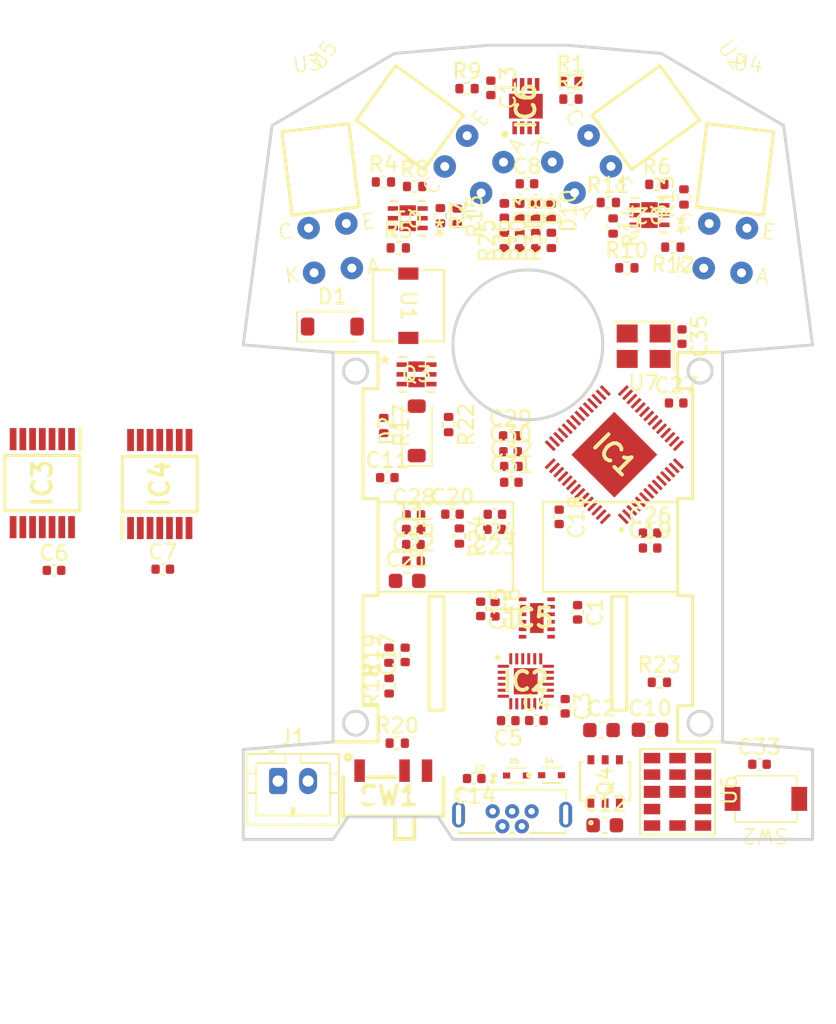
<source format=kicad_pcb>
(kicad_pcb (version 20221018) (generator pcbnew)
  (layers (0 "F.Cu" signal) (1 "In1.Cu" signal) (2 "In2.Cu" signal) (31 "B.Cu" signal) (34 "B.Paste" user) (35 "F.Paste" user) (36 "B.SilkS" user "B.Silkscreen") (37 "F.SilkS" user "F.Silkscreen") (38 "B.Mask" user) (39 "F.Mask" user) (44 "Edge.Cuts" user))
  (net 0 "")
  (net 1 "+3V3")
  (net 2 "+BATT")
  (net 3 "Net-(IC2-REGOUT)")
  (net 4 "Net-(J2-VBUS)")
  (net 5 "VBATT")
  (net 6 "Net-(IC1-CHIP_PU)")
  (net 7 "Net-(IC1-VDD3P3_1)")
  (net 8 "SENS_R")
  (net 9 "SENS_FR")
  (net 10 "SENS_FL")
  (net 11 "SENS_L")
  (net 12 "/BOOT")
  (net 13 "Net-(D1-A)")
  (net 14 "Net-(D2-A)")
  (net 15 "Net-(D3-K)")
  (net 16 "Net-(D3-A)")
  (net 17 "USB_D+")
  (net 18 "USB_D-")
  (net 19 "Net-(D8-K)")
  (net 20 "Net-(D8-A)")
  (net 21 "Net-(D9-K)")
  (net 22 "Net-(D9-A)")
  (net 23 "Net-(D10-K)")
  (net 24 "Net-(D10-A)")
  (net 26 "ENC1_CS")
  (net 27 "ENC2_CS")
  (net 28 "IMU_CS")
  (net 30 "ENC_CLK")
  (net 31 "ENC_MISO")
  (net 32 "ENC_MOSI")
  (net 33 "LED_SCL")
  (net 34 "LED_SDA")
  (net 37 "IMU_CLK")
  (net 38 "IMU_MISO")
  (net 39 "IMU_MOSI")
  (net 49 "MOT2_ENBL")
  (net 50 "MOT2_PHASE")
  (net 51 "MOT1_ENBL")
  (net 52 "MOT1_PHASE")
  (net 53 "MOT_MODE")
  (net 54 "BUZZER")
  (net 56 "FAN_PWM")
  (net 57 "LED_R")
  (net 58 "LED_FR")
  (net 61 "LED_FL")
  (net 62 "LED_L")
  (net 64 "Net-(IC1-XTAL_P)")
  (net 91 "Net-(IC5-AOUT1)")
  (net 92 "Net-(IC5-AOUT2)")
  (net 93 "Net-(IC5-BOUT1)")
  (net 94 "Net-(IC5-BOUT2)")
  (net 96 "Net-(J1-Pin_1)")
  (net 98 "Net-(Q1-D2)")
  (net 99 "Net-(Q1-D1)")
  (net 100 "Net-(Q2-D2)")
  (net 101 "Net-(Q2-D1)")
  (net 102 "Net-(Q4-G)")
  (net 103 "Net-(R5-Pad1)")
  (net 104 "Net-(R7-Pad1)")
  (net 105 "Net-(R11-Pad1)")
  (net 106 "SE_S_FR")
  (net 107 "Net-(R13-Pad1)")
  (net 108 "Net-(U6-FB)")
  (net 113 "GND")
  (footprint "footprints:SMT-0440-S-R_PUI" (layer "F.Cu") (at 143.0237 74.39 -90)
    (fp_text reference "U1" (at 0 0 -90 unlocked) (layer "F.SilkS"))
    (fp_text value "SMT-0440-S-R")
    (pad "1" smd rect (at -2.1463 0 270) (size 0.8128 1.3462) (layers "F.Cu" "F.Paste" "F.Mask") (net 1 "+3V3"))
    (pad "2" smd rect (at 2.1463 0 270) (size 0.8128 1.3462) (layers "F.Cu" "F.Paste" "F.Mask") (net 13 "Net-(D1-A)"))
  )
  (footprint "Capacitor_SMD:C_0603_1608Metric" (layer "F.Cu") (at 156.135 109.06)
    (fp_text reference "C12" (at 0 -1.43) (layer "F.SilkS"))
    (fp_text value "22u")
    (pad "1" smd roundrect (at -0.775 0) (size 0.9 0.95) (layers "F.Cu" "F.Paste" "F.Mask") (net 2 "+BATT"))
    (pad "2" smd roundrect (at 0.775 0) (size 0.9 0.95) (layers "F.Cu" "F.Paste" "F.Mask") (net 113 "GND"))
  )
  (footprint "Resistor_SMD:R_0402_1005Metric" (layer "F.Cu") (at 149.43 70.03 90)
    (fp_text reference "R25" (at 0 -1.17 90) (layer "F.SilkS"))
    (fp_text value "1k")
    (pad "1" smd roundrect (at -0.51 0 90) (size 0.54 0.64) (layers "F.Cu" "F.Paste" "F.Mask") (net 1 "+3V3"))
    (pad "2" smd roundrect (at 0.51 0 90) (size 0.54 0.64) (layers "F.Cu" "F.Paste" "F.Mask") (net 16 "Net-(D3-A)"))
  )
  (footprint "Capacitor_SMD:C_0402_1005Metric" (layer "F.Cu") (at 149.69 102.08 180)
    (fp_text reference "C5" (at 0 -1.16) (layer "F.SilkS"))
    (fp_text value "0.1u")
    (pad "1" smd roundrect (at -0.48 0 180) (size 0.56 0.62) (layers "F.Cu" "F.Paste" "F.Mask") (net 1 "+3V3"))
    (pad "2" smd roundrect (at 0.48 0 180) (size 0.56 0.62) (layers "F.Cu" "F.Paste" "F.Mask") (net 113 "GND"))
  )
  (footprint "Resistor_SMD:R_0402_1005Metric" (layer "F.Cu") (at 152.57 70.03 90)
    (fp_text reference "R31" (at 0 -1.17 90) (layer "F.SilkS"))
    (fp_text value "1k")
    (pad "1" smd roundrect (at -0.51 0 90) (size 0.54 0.64) (layers "F.Cu" "F.Paste" "F.Mask") (net 1 "+3V3"))
    (pad "2" smd roundrect (at 0.51 0 90) (size 0.54 0.64) (layers "F.Cu" "F.Paste" "F.Mask") (net 24 "Net-(D10-A)"))
  )
  (footprint "footprints:WURTH_614105150721" (layer "F.Cu") (at 149.95 108.13)
    (fp_text reference "J2" (at -2.228775 -2.808301) (layer "F.SilkS") (effects (font (size 0.4806 0.4806))))
    (fp_text value "USB_B_Micro")
    (pad "1" thru_hole circle (at -1.3 0) (size 0.948 0.948) (drill 0.44) (layers "*.Cu" "*.Mask") (net 4 "Net-(J2-VBUS)"))
    (pad "2" thru_hole circle (at -0.65 1) (size 0.948 0.948) (drill 0.44) (layers "*.Cu" "*.Mask") (net 18 "USB_D-"))
    (pad "3" thru_hole circle (at 0 0) (size 0.948 0.948) (drill 0.44) (layers "*.Cu" "*.Mask") (net 17 "USB_D+"))
    (pad "4" thru_hole circle (at 0.65 1) (size 0.948 0.948) (drill 0.44) (layers "*.Cu" "*.Mask"))
    (pad "5" thru_hole circle (at 1.3 0) (size 0.948 0.948) (drill 0.44) (layers "*.Cu" "*.Mask") (net 113 "GND"))
    (pad "SH1" thru_hole oval (at -3.575 0.22) (size 0.858 1.716) (drill oval 0.35 1.35) (layers "*.Cu" "*.Mask"))
    (pad "SH2" thru_hole oval (at 3.575 0.22) (size 0.858 1.716) (drill oval 0.35 1.35) (layers "*.Cu" "*.Mask"))
  )
  (footprint "Resistor_SMD:R_0402_1005Metric" (layer "F.Cu") (at 159.78 99.52)
    (fp_text reference "R23" (at 0 -1.17) (layer "F.SilkS"))
    (fp_text value "1.3k")
    (pad "1" smd roundrect (at -0.51 0) (size 0.54 0.64) (layers "F.Cu" "F.Paste" "F.Mask") (net 108 "Net-(U6-FB)"))
    (pad "2" smd roundrect (at 0.51 0) (size 0.54 0.64) (layers "F.Cu" "F.Paste" "F.Mask") (net 113 "GND"))
  )
  (footprint "Capacitor_SMD:C_0402_1005Metric" (layer "F.Cu") (at 143.37 91.42)
    (fp_text reference "C22" (at 0 -1.16) (layer "F.SilkS"))
    (fp_text value "1u")
    (pad "1" smd roundrect (at -0.48 0) (size 0.56 0.62) (layers "F.Cu" "F.Paste" "F.Mask") (net 1 "+3V3"))
    (pad "2" smd roundrect (at 0.48 0) (size 0.56 0.62) (layers "F.Cu" "F.Paste" "F.Mask") (net 113 "GND"))
  )
  (footprint "Capacitor_SMD:C_0402_1005Metric" (layer "F.Cu") (at 149.9 85.11)
    (fp_text reference "C32" (at 0 -1.16) (layer "F.SilkS"))
    (fp_text value "0.1u")
    (pad "1" smd roundrect (at -0.48 0) (size 0.56 0.62) (layers "F.Cu" "F.Paste" "F.Mask") (net 11 "SENS_L"))
    (pad "2" smd roundrect (at 0.48 0) (size 0.56 0.62) (layers "F.Cu" "F.Paste" "F.Mask") (net 113 "GND"))
  )
  (footprint "footprints:DFN2020-6L_MCE" (layer "F.Cu") (at 143.5694 78.969986)
    (fp_text reference "Q3" (at 0 0 unlocked) (layer "F.SilkS"))
    (fp_text value "MCM3400A-TP")
    (fp_text user "*" (at -2.1209 -0.649986) (layer "F.SilkS"))
    (fp_text user "*" (at -2.1209 -0.649986 unlocked) (layer "F.SilkS"))
    (fp_poly (pts (xy -0.5461 -0.8636) (xy 0.5461 -0.8636) (xy 0.5461 -0.1778) (xy -0.5461 -0.1778)) (fill solid) (layer "F.Cu"))
    (fp_poly (pts (xy -0.5461 0.1778) (xy 0.5461 0.1778) (xy 0.5461 0.8636) (xy -0.5461 0.8636)) (fill solid) (layer "F.Cu"))
    (pad "1" smd rect (at -0.9906 -0.649986 90) (size 0.3048 0.6858) (layers "F.Cu" "F.Paste" "F.Mask") (net 113 "GND"))
    (pad "2" smd rect (at -0.9906 0 90) (size 0.3048 0.6858) (layers "F.Cu" "F.Paste" "F.Mask") (net 54 "BUZZER"))
    (pad "3" smd rect (at -0.9906 0.649986 90) (size 0.3048 0.6858) (layers "F.Cu" "F.Paste" "F.Mask") (net 14 "Net-(D2-A)"))
    (pad "4" smd rect (at 0.9906 0.649986 90) (size 0.3048 0.6858) (layers "F.Cu" "F.Paste" "F.Mask") (net 113 "GND"))
    (pad "5" smd rect (at 0.9906 0 90) (size 0.3048 0.6858) (layers "F.Cu" "F.Paste" "F.Mask") (net 56 "FAN_PWM"))
    (pad "6" smd rect (at 0.9906 -0.649986 90) (size 0.3048 0.6858) (layers "F.Cu" "F.Paste" "F.Mask") (net 13 "Net-(D1-A)"))
  )
  (footprint "footprints:LBR-127HLD" (layer "F.Cu") (at 165.17 62.51 -7)
    (fp_text reference "U4" (at 0 -4.3 -7 unlocked) (layer "F.SilkS") (effects (font (thickness 0.1))))
    (fp_text value "LBR-127HLD")
    (fp_text user "K" (at -3.3 10.19 -7 unlocked) (layer "F.SilkS") (effects (font (thickness 0.1)) (justify left bottom)))
    (fp_text user "C" (at -3.4 7.24 -7 unlocked) (layer "F.SilkS") (effects (font (thickness 0.1)) (justify left bottom)))
    (fp_text user "A" (at 2.2 10.22 -7 unlocked) (layer "F.SilkS") (effects (font (thickness 0.1)) (justify left bottom)))
    (fp_text user "E" (at 2.21 7.24 -7 unlocked) (layer "F.SilkS") (effects (font (thickness 0.1)) (justify left bottom)))
    (pad "0" thru_hole circle (at -1.27 6.6 353) (size 1.5 1.5) (drill 0.6) (layers "*.Cu" "*.Mask"))
    (pad "1" thru_hole circle (at -1.27 9.6 353) (size 1.5 1.5) (drill 0.6) (layers "*.Cu" "*.Mask") (net 1 "+3V3"))
    (pad "2" thru_hole circle (at 1.27 9.6 353) (size 1.5 1.5) (drill 0.6) (layers "*.Cu" "*.Mask") (net 105 "Net-(R11-Pad1)"))
    (pad "3" thru_hole circle (at 1.27 6.6 353) (size 1.5 1.5) (drill 0.6) (layers "*.Cu" "*.Mask") (net 106 "SE_S_FR"))
  )
  (footprint "Resistor_SMD:R_0402_1005Metric" (layer "F.Cu") (at 141.36 66.13)
    (fp_text reference "R4" (at 0 -1.17) (layer "F.SilkS"))
    (fp_text value "47k")
    (pad "1" smd roundrect (at -0.51 0) (size 0.54 0.64) (layers "F.Cu" "F.Paste" "F.Mask") (net 57 "LED_R"))
    (pad "2" smd roundrect (at 0.51 0) (size 0.54 0.64) (layers "F.Cu" "F.Paste" "F.Mask") (net 113 "GND"))
  )
  (footprint "footprints:QFN40P700X700X90-57N-D" (layer "F.Cu") (at 156.772004 84.331041 135)
    (fp_text reference "IC1" (at 0 0 135) (layer "F.SilkS") (effects (font (size 1.27 1.27) (thickness 0.254))))
    (fp_text value "ESP32-S3FH4R2" hide)
    (pad "1" smd rect (at -3.45 -2.6 225) (size 0.2 0.85) (layers "F.Cu" "F.Paste" "F.Mask"))
    (pad "2" smd rect (at -3.45 -2.2 225) (size 0.2 0.85) (layers "F.Cu" "F.Paste" "F.Mask") (net 7 "Net-(IC1-VDD3P3_1)"))
    (pad "3" smd rect (at -3.45 -1.8 225) (size 0.2 0.85) (layers "F.Cu" "F.Paste" "F.Mask") (net 7 "Net-(IC1-VDD3P3_1)"))
    (pad "4" smd rect (at -3.45 -1.4 225) (size 0.2 0.85) (layers "F.Cu" "F.Paste" "F.Mask") (net 6 "Net-(IC1-CHIP_PU)"))
    (pad "5" smd rect (at -3.45 -1 225) (size 0.2 0.85) (layers "F.Cu" "F.Paste" "F.Mask") (net 12 "/BOOT"))
    (pad "6" smd rect (at -3.45 -0.6 225) (size 0.2 0.85) (layers "F.Cu" "F.Paste" "F.Mask") (net 26 "ENC1_CS"))
    (pad "7" smd rect (at -3.45 -0.2 225) (size 0.2 0.85) (layers "F.Cu" "F.Paste" "F.Mask") (net 8 "SENS_R"))
    (pad "8" smd rect (at -3.45 0.2 225) (size 0.2 0.85) (layers "F.Cu" "F.Paste" "F.Mask") (net 9 "SENS_FR"))
    (pad "9" smd rect (at -3.45 0.6 225) (size 0.2 0.85) (layers "F.Cu" "F.Paste" "F.Mask") (net 10 "SENS_FL"))
    (pad "10" smd rect (at -3.45 1 225) (size 0.2 0.85) (layers "F.Cu" "F.Paste" "F.Mask") (net 11 "SENS_L"))
    (pad "11" smd rect (at -3.45 1.4 225) (size 0.2 0.85) (layers "F.Cu" "F.Paste" "F.Mask") (net 27 "ENC2_CS"))
    (pad "12" smd rect (at -3.45 1.8 225) (size 0.2 0.85) (layers "F.Cu" "F.Paste" "F.Mask") (net 28 "IMU_CS"))
    (pad "13" smd rect (at -3.45 2.2 225) (size 0.2 0.85) (layers "F.Cu" "F.Paste" "F.Mask") (net 5 "VBATT"))
    (pad "14" smd rect (at -3.45 2.6 225) (size 0.2 0.85) (layers "F.Cu" "F.Paste" "F.Mask"))
    (pad "15" smd rect (at -2.6 3.45 135) (size 0.2 0.85) (layers "F.Cu" "F.Paste" "F.Mask") (net 30 "ENC_CLK"))
    (pad "16" smd rect (at -2.2 3.45 135) (size 0.2 0.85) (layers "F.Cu" "F.Paste" "F.Mask") (net 31 "ENC_MISO"))
    (pad "17" smd rect (at -1.8 3.45 135) (size 0.2 0.85) (layers "F.Cu" "F.Paste" "F.Mask") (net 32 "ENC_MOSI"))
    (pad "18" smd rect (at -1.4 3.45 135) (size 0.2 0.85) (layers "F.Cu" "F.Paste" "F.Mask") (net 33 "LED_SCL"))
    (pad "19" smd rect (at -1 3.45 135) (size 0.2 0.85) (layers "F.Cu" "F.Paste" "F.Mask") (net 34 "LED_SDA"))
    (pad "20" smd rect (at -0.6 3.45 135) (size 0.2 0.85) (layers "F.Cu" "F.Paste" "F.Mask") (net 1 "+3V3"))
    (pad "21" smd rect (at -0.2 3.45 135) (size 0.2 0.85) (layers "F.Cu" "F.Paste" "F.Mask"))
    (pad "22" smd rect (at 0.2 3.45 135) (size 0.2 0.85) (layers "F.Cu" "F.Paste" "F.Mask"))
    (pad "23" smd rect (at 0.6 3.45 135) (size 0.2 0.85) (layers "F.Cu" "F.Paste" "F.Mask") (net 37 "IMU_CLK"))
    (pad "24" smd rect (at 1 3.45 135) (size 0.2 0.85) (layers "F.Cu" "F.Paste" "F.Mask") (net 38 "IMU_MISO"))
    (pad "25" smd rect (at 1.4 3.45 135) (size 0.2 0.85) (layers "F.Cu" "F.Paste" "F.Mask") (net 18 "USB_D-"))
    (pad "26" smd rect (at 1.8 3.45 135) (size 0.2 0.85) (layers "F.Cu" "F.Paste" "F.Mask") (net 17 "USB_D+"))
    (pad "27" smd rect (at 2.2 3.45 135) (size 0.2 0.85) (layers "F.Cu" "F.Paste" "F.Mask") (net 39 "IMU_MOSI"))
    (pad "28" smd rect (at 2.6 3.45 135) (size 0.2 0.85) (layers "F.Cu" "F.Paste" "F.Mask"))
    (pad "29" smd rect (at 3.45 2.6 225) (size 0.2 0.85) (layers "F.Cu" "F.Paste" "F.Mask") (net 1 "+3V3"))
    (pad "30" smd rect (at 3.45 2.2 225) (size 0.2 0.85) (layers "F.Cu" "F.Paste" "F.Mask"))
    (pad "31" smd rect (at 3.45 1.8 225) (size 0.2 0.85) (layers "F.Cu" "F.Paste" "F.Mask"))
    (pad "32" smd rect (at 3.45 1.4 225) (size 0.2 0.85) (layers "F.Cu" "F.Paste" "F.Mask"))
    (pad "33" smd rect (at 3.45 1 225) (size 0.2 0.85) (layers "F.Cu" "F.Paste" "F.Mask"))
    (pad "34" smd rect (at 3.45 0.6 225) (size 0.2 0.85) (layers "F.Cu" "F.Paste" "F.Mask"))
    (pad "35" smd rect (at 3.45 0.2 225) (size 0.2 0.85) (layers "F.Cu" "F.Paste" "F.Mask"))
    (pad "36" smd rect (at 3.45 -0.2 225) (size 0.2 0.85) (layers "F.Cu" "F.Paste" "F.Mask"))
    (pad "37" smd rect (at 3.45 -0.6 225) (size 0.2 0.85) (layers "F.Cu" "F.Paste" "F.Mask"))
    (pad "38" smd rect (at 3.45 -1 225) (size 0.2 0.85) (layers "F.Cu" "F.Paste" "F.Mask") (net 49 "MOT2_ENBL"))
    (pad "39" smd rect (at 3.45 -1.4 225) (size 0.2 0.85) (layers "F.Cu" "F.Paste" "F.Mask") (net 50 "MOT2_PHASE"))
    (pad "40" smd rect (at 3.45 -1.8 225) (size 0.2 0.85) (layers "F.Cu" "F.Paste" "F.Mask") (net 51 "MOT1_ENBL"))
    (pad "41" smd rect (at 3.45 -2.2 225) (size 0.2 0.85) (layers "F.Cu" "F.Paste" "F.Mask") (net 52 "MOT1_PHASE"))
    (pad "42" smd rect (at 3.45 -2.6 225) (size 0.2 0.85) (layers "F.Cu" "F.Paste" "F.Mask") (net 53 "MOT_MODE"))
    (pad "43" smd rect (at 2.6 -3.45 135) (size 0.2 0.85) (layers "F.Cu" "F.Paste" "F.Mask") (net 54 "BUZZER"))
    (pad "44" smd rect (at 2.2 -3.45 135) (size 0.2 0.85) (layers "F.Cu" "F.Paste" "F.Mask"))
    (pad "45" smd rect (at 1.8 -3.45 135) (size 0.2 0.85) (layers "F.Cu" "F.Paste" "F.Mask") (net 56 "FAN_PWM"))
    (pad "46" smd rect (at 1.4 -3.45 135) (size 0.2 0.85) (layers "F.Cu" "F.Paste" "F.Mask") (net 1 "+3V3"))
    (pad "47" smd rect (at 1 -3.45 135) (size 0.2 0.85) (layers "F.Cu" "F.Paste" "F.Mask") (net 57 "LED_R"))
    (pad "48" smd rect (at 0.6 -3.45 135) (size 0.2 0.85) (layers "F.Cu" "F.Paste" "F.Mask") (net 58 "LED_FR"))
    (pad "49" smd rect (at 0.2 -3.45 135) (size 0.2 0.85) (layers "F.Cu" "F.Paste" "F.Mask"))
    (pad "50" smd rect (at -0.2 -3.45 135) (size 0.2 0.85) (layers "F.Cu" "F.Paste" "F.Mask"))
    (pad "51" smd rect (at -0.6 -3.45 135) (size 0.2 0.85) (layers "F.Cu" "F.Paste" "F.Mask") (net 61 "LED_FL"))
    (pad "52" smd rect (at -1 -3.45 135) (size 0.2 0.85) (layers "F.Cu" "F.Paste" "F.Mask") (net 62 "LED_L"))
    (pad "53" smd rect (at -1.4 -3.45 135) (size 0.2 0.85) (layers "F.Cu" "F.Paste" "F.Mask"))
    (pad "54" smd rect (at -1.8 -3.45 135) (size 0.2 0.85) (layers "F.Cu" "F.Paste" "F.Mask") (net 64 "Net-(IC1-XTAL_P)"))
    (pad "55" smd rect (at -2.2 -3.45 135) (size 0.2 0.85) (layers "F.Cu" "F.Paste" "F.Mask") (net 1 "+3V3"))
    (pad "56" smd rect (at -2.6 -3.45 135) (size 0.2 0.85) (layers "F.Cu" "F.Paste" "F.Mask") (net 1 "+3V3"))
    (pad "57" smd rect (at 0 0 135) (size 4.05 4.05) (layers "F.Cu" "F.Paste" "F.Mask") (net 113 "GND"))
  )
  (footprint "Resistor_SMD:R_0402_1005Metric" (layer "F.Cu") (at 150.46 70.03 90)
    (fp_text reference "R26" (at 0 -1.17 90) (layer "F.SilkS"))
    (fp_text value "1k")
    (pad "1" smd roundrect (at -0.51 0 90) (size 0.54 0.64) (layers "F.Cu" "F.Paste" "F.Mask") (net 1 "+3V3"))
    (pad "2" smd roundrect (at 0.51 0 90) (size 0.54 0.64) (layers "F.Cu" "F.Paste" "F.Mask") (net 20 "Net-(D8-A)"))
  )
  (footprint "footprints:CONV_LXDC55FAAA-203" (layer "F.Cu") (at 160.99 106.83 -90)
    (fp_text reference "U6" (at -0.12522 -3.44132 90) (layer "F.SilkS") (effects (font (size 1.001843 1.001843))))
    (fp_text value "LXDC55FAAA-203")
    (pad "1" smd rect (at 2.25 -1.7 270) (size 0.7 1.1) (layers "F.Cu" "F.Paste" "F.Mask") (net 2 "+BATT"))
    (pad "2" smd rect (at 1.15 -1.7 270) (size 0.7 1.1) (layers "F.Cu" "F.Paste" "F.Mask"))
    (pad "3" smd rect (at 0 -1.7 270) (size 0.8 1.1) (layers "F.Cu" "F.Paste" "F.Mask") (net 2 "+BATT"))
    (pad "4" smd rect (at -1.15 -1.7 270) (size 0.7 1.1) (layers "F.Cu" "F.Paste" "F.Mask") (net 2 "+BATT"))
    (pad "5" smd rect (at -2.25 -1.7 270) (size 0.7 1.1) (layers "F.Cu" "F.Paste" "F.Mask") (net 2 "+BATT"))
    (pad "6" smd rect (at -2.25 0 270) (size 0.7 1.1) (layers "F.Cu" "F.Paste" "F.Mask") (net 113 "GND"))
    (pad "7" smd rect (at -2.25 1.7 270) (size 0.7 1.1) (layers "F.Cu" "F.Paste" "F.Mask") (net 1 "+3V3"))
    (pad "8" smd rect (at -1.15 1.7 270) (size 0.7 1.1) (layers "F.Cu" "F.Paste" "F.Mask") (net 1 "+3V3"))
    (pad "9" smd rect (at 0 1.7 270) (size 0.8 1.1) (layers "F.Cu" "F.Paste" "F.Mask") (net 1 "+3V3"))
    (pad "10" smd rect (at 1.15 1.7 270) (size 0.7 1.1) (layers "F.Cu" "F.Paste" "F.Mask"))
    (pad "11" smd rect (at 2.25 1.7 270) (size 0.7 1.1) (layers "F.Cu" "F.Paste" "F.Mask") (net 108 "Net-(U6-FB)"))
    (pad "12" smd rect (at 2.25 0 270) (size 0.7 1.1) (layers "F.Cu" "F.Paste" "F.Mask") (net 113 "GND"))
    (pad "13" smd rect (at 0 0 270) (size 0.8 1.1) (layers "F.Cu" "F.Paste" "F.Mask") (net 113 "GND"))
    (pad "14" smd rect (at -1.15 0 270) (size 0.7 1.1) (layers "F.Cu" "F.Paste" "F.Mask") (net 113 "GND"))
  )
  (footprint "Capacitor_SMD:C_0402_1005Metric" (layer "F.Cu") (at 148.53 59.85 -90)
    (fp_text reference "C13" (at 0 -1.15 90) (layer "F.SilkS"))
    (fp_text value "0.1u")
    (pad "1" smd roundrect (at -0.48 0 270) (size 0.56 0.62) (layers "F.Cu" "F.Paste" "F.Mask") (net 1 "+3V3"))
    (pad "2" smd roundrect (at 0.48 0 270) (size 0.56 0.62) (layers "F.Cu" "F.Paste" "F.Mask") (net 113 "GND"))
  )
  (footprint "LED_SMD:LED_0402_1005Metric" (layer "F.Cu") (at 152.55 68.055 -90)
    (fp_text reference "D10" (at 0 -1.17 90) (layer "F.SilkS"))
    (fp_text value "LED")
    (pad "1" smd roundrect (at -0.485 0 270) (size 0.59 0.64) (layers "F.Cu" "F.Paste" "F.Mask") (net 23 "Net-(D10-K)"))
    (pad "2" smd roundrect (at 0.485 0 270) (size 0.59 0.64) (layers "F.Cu" "F.Paste" "F.Mask") (net 24 "Net-(D10-A)"))
  )
  (footprint "Capacitor_SMD:C_0603_1608Metric" (layer "F.Cu") (at 155.915 102.71)
    (fp_text reference "C2" (at 0 -1.43) (layer "F.SilkS"))
    (fp_text value "22u")
    (pad "1" smd roundrect (at -0.775 0) (size 0.9 0.95) (layers "F.Cu" "F.Paste" "F.Mask") (net 2 "+BATT"))
    (pad "2" smd roundrect (at 0.775 0) (size 0.9 0.95) (layers "F.Cu" "F.Paste" "F.Mask") (net 113 "GND"))
  )
  (footprint "Capacitor_SMD:C_0402_1005Metric" (layer "F.Cu") (at 148.81 94.64 -90)
    (fp_text reference "C16" (at 0 -1.16 90) (layer "F.SilkS"))
    (fp_text value "0.1u")
    (pad "1" smd roundrect (at -0.48 0 270) (size 0.56 0.62) (layers "F.Cu" "F.Paste" "F.Mask") (net 113 "GND"))
    (pad "2" smd roundrect (at 0.48 0 270) (size 0.56 0.62) (layers "F.Cu" "F.Paste" "F.Mask") (net 2 "+BATT"))
  )
  (footprint "footprints:TVS_LESD5D5.0CT1G" (layer "F.Cu") (at 152.58 105.72)
    (fp_text reference "D4" (at -0.134 -0.9532) (layer "F.SilkS") (effects (font (size 0.32 0.32))))
    (fp_text value "LESD5D5.0CT1G")
    (pad "1" smd rect (at -0.66 0) (size 0.48 0.4) (layers "F.Cu" "F.Paste" "F.Mask") (net 113 "GND"))
    (pad "2" smd rect (at 0.66 0) (size 0.48 0.4) (layers "F.Cu" "F.Paste" "F.Mask") (net 17 "USB_D+"))
  )
  (footprint "Resistor_SMD:R_0402_1005Metric" (layer "F.Cu") (at 157.61 71.86)
    (fp_text reference "R10" (at 0 -1.17) (layer "F.SilkS"))
    (fp_text value "47k")
    (pad "1" smd roundrect (at -0.51 0) (size 0.54 0.64) (layers "F.Cu" "F.Paste" "F.Mask") (net 58 "LED_FR"))
    (pad "2" smd roundrect (at 0.51 0) (size 0.54 0.64) (layers "F.Cu" "F.Paste" "F.Mask") (net 113 "GND"))
  )
  (footprint "Resistor_SMD:R_0402_1005Metric" (layer "F.Cu") (at 141.74 99.76 90)
    (fp_text reference "R18" (at 0 -1.17 90) (layer "F.SilkS"))
    (fp_text value "10k")
    (pad "1" smd roundrect (at -0.51 0 90) (size 0.54 0.64) (layers "F.Cu" "F.Paste" "F.Mask") (net 2 "+BATT"))
    (pad "2" smd roundrect (at 0.51 0 90) (size 0.54 0.64) (layers "F.Cu" "F.Paste" "F.Mask") (net 5 "VBATT"))
  )
  (footprint "Crystal:Crystal_SMD_3225-4Pin_3.2x2.5mm" (layer "F.Cu") (at 158.73 77.09 180)
    (fp_text reference "U7" (at 0 -2.45) (layer "F.SilkS"))
    (fp_text value "RTV-104DF333-S-40.000-TR")
    (pad "1" smd rect (at -1.1 0.85 180) (size 1.4 1.2) (layers "F.Cu" "F.Paste" "F.Mask"))
    (pad "2" smd rect (at 1.1 0.85 180) (size 1.4 1.2) (layers "F.Cu" "F.Paste" "F.Mask") (net 113 "GND"))
    (pad "3" smd rect (at 1.1 -0.85 180) (size 1.4 1.2) (layers "F.Cu" "F.Paste" "F.Mask") (net 64 "Net-(IC1-XTAL_P)"))
    (pad "4" smd rect (at -1.1 -0.85 180) (size 1.4 1.2) (layers "F.Cu" "F.Paste" "F.Mask") (net 1 "+3V3"))
  )
  (footprint "Capacitor_SMD:C_0402_1005Metric" (layer "F.Cu") (at 160.9 80.88)
    (fp_text reference "C27" (at 0 -1.16) (layer "F.SilkS"))
    (fp_text value "0.1u")
    (pad "1" smd roundrect (at -0.48 0) (size 0.56 0.62) (layers "F.Cu" "F.Paste" "F.Mask") (net 1 "+3V3"))
    (pad "2" smd roundrect (at 0.48 0) (size 0.56 0.62) (layers "F.Cu" "F.Paste" "F.Mask") (net 113 "GND"))
  )
  (footprint "Resistor_SMD:R_0402_1005Metric" (layer "F.Cu") (at 161.42 67.13 90)
    (fp_text reference "R13" (at 0 -1.17 90) (layer "F.SilkS"))
    (fp_text value "100")
    (pad "1" smd roundrect (at -0.51 0 90) (size 0.54 0.64) (layers "F.Cu" "F.Paste" "F.Mask") (net 107 "Net-(R13-Pad1)"))
    (pad "2" smd roundrect (at 0.51 0 90) (size 0.54 0.64) (layers "F.Cu" "F.Paste" "F.Mask") (net 100 "Net-(Q2-D2)"))
  )
  (footprint "footprints:SOP65P640X120-14N" (layer "F.Cu") (at 126.43 86.288 90)
    (fp_text reference "IC4" (at 0 0 90) (layer "F.SilkS") (effects (font (size 1.27 1.27) (thickness 0.254))))
    (fp_text value "AS5047P-ATSM" hide)
    (pad "1" smd rect (at -2.938 -1.95 180) (size 0.45 1.475) (layers "F.Cu" "F.Paste" "F.Mask") (net 27 "ENC2_CS"))
    (pad "2" smd rect (at -2.938 -1.3 180) (size 0.45 1.475) (layers "F.Cu" "F.Paste" "F.Mask") (net 30 "ENC_CLK"))
    (pad "3" smd rect (at -2.938 -0.65 180) (size 0.45 1.475) (layers "F.Cu" "F.Paste" "F.Mask") (net 31 "ENC_MISO"))
    (pad "4" smd rect (at -2.938 0 180) (size 0.45 1.475) (layers "F.Cu" "F.Paste" "F.Mask") (net 32 "ENC_MOSI"))
    (pad "5" smd rect (at -2.938 0.65 180) (size 0.45 1.475) (layers "F.Cu" "F.Paste" "F.Mask") (net 113 "GND"))
    (pad "6" smd rect (at -2.938 1.3 180) (size 0.45 1.475) (layers "F.Cu" "F.Paste" "F.Mask"))
    (pad "7" smd rect (at -2.938 1.95 180) (size 0.45 1.475) (layers "F.Cu" "F.Paste" "F.Mask"))
    (pad "8" smd rect (at 2.938 1.95 180) (size 0.45 1.475) (layers "F.Cu" "F.Paste" "F.Mask"))
    (pad "9" smd rect (at 2.938 1.3 180) (size 0.45 1.475) (layers "F.Cu" "F.Paste" "F.Mask"))
    (pad "10" smd rect (at 2.938 0.65 180) (size 0.45 1.475) (layers "F.Cu" "F.Paste" "F.Mask"))
    (pad "11" smd rect (at 2.938 0 180) (size 0.45 1.475) (layers "F.Cu" "F.Paste" "F.Mask") (net 1 "+3V3"))
    (pad "12" smd rect (at 2.938 -0.65 180) (size 0.45 1.475) (layers "F.Cu" "F.Paste" "F.Mask") (net 1 "+3V3"))
    (pad "13" smd rect (at 2.938 -1.3 180) (size 0.45 1.475) (layers "F.Cu" "F.Paste" "F.Mask") (net 113 "GND"))
    (pad "14" smd rect (at 2.938 -1.95 180) (size 0.45 1.475) (layers "F.Cu" "F.Paste" "F.Mask"))
  )
  (footprint "TVAF06-A020B-R_１接点タクトスイッチ:TVAF06-A020B-R" (layer "F.Cu") (at 169.14 107.3 180)
    (fp_text reference "SW2" (at 2.29 -2.46 180 unlocked) (layer "F.SilkS") (effects (font (thickness 0.1))))
    (fp_text value "SW_BOOT")
    (pad "" np_thru_hole circle (at 2.25 -0.9 180) (size 0.75 0.75) (drill 0.75) (layers "F&B.Cu" "*.Mask"))
    (pad "" np_thru_hole circle (at 2.25 0.9 180) (size 0.75 0.75) (drill 0.75) (layers "F&B.Cu" "*.Mask"))
    (pad "1" smd rect (at 0.025 0 180) (size 1.05 1.6) (layers "F.Cu" "F.Paste" "F.Mask") (net 113 "GND"))
    (pad "2" smd rect (at 4.475 0) (size 1.05 1.6) (layers "F.Cu" "F.Paste" "F.Mask") (net 12 "/BOOT"))
  )
  (footprint "footprints:DFN2020-6L_MCE" (layer "F.Cu") (at 142.9806 68.549986 180)
    (fp_text reference "Q1" (at 0 0 180 unlocked) (layer "F.SilkS"))
    (fp_text value "MCM3400A-TP")
    (fp_text user "*" (at -2.1209 -0.649986 180 unlocked) (layer "F.SilkS"))
    (fp_text user "*" (at -2.1209 -0.649986) (layer "F.SilkS"))
    (fp_poly (pts (xy -0.5461 -0.8636) (xy 0.5461 -0.8636) (xy 0.5461 -0.1778) (xy -0.5461 -0.1778)) (fill solid) (layer "F.Cu"))
    (fp_poly (pts (xy -0.5461 0.1778) (xy 0.5461 0.1778) (xy 0.5461 0.8636) (xy -0.5461 0.8636)) (fill solid) (layer "F.Cu"))
    (pad "1" smd rect (at -0.9906 -0.649986 270) (size 0.3048 0.6858) (layers "F.Cu" "F.Paste" "F.Mask") (net 113 "GND"))
    (pad "2" smd rect (at -0.9906 0 270) (size 0.3048 0.6858) (layers "F.Cu" "F.Paste" "F.Mask") (net 57 "LED_R"))
    (pad "3" smd rect (at -0.9906 0.649986 270) (size 0.3048 0.6858) (layers "F.Cu" "F.Paste" "F.Mask") (net 98 "Net-(Q1-D2)"))
    (pad "4" smd rect (at 0.9906 0.649986 270) (size 0.3048 0.6858) (layers "F.Cu" "F.Paste" "F.Mask") (net 113 "GND"))
    (pad "5" smd rect (at 0.9906 0 270) (size 0.3048 0.6858) (layers "F.Cu" "F.Paste" "F.Mask") (net 61 "LED_FL"))
    (pad "6" smd rect (at 0.9906 -0.649986 270) (size 0.3048 0.6858) (layers "F.Cu" "F.Paste" "F.Mask") (net 99 "Net-(Q1-D1)"))
  )
  (footprint "Capacitor_SMD:C_0402_1005Metric" (layer "F.Cu") (at 142.81 97.69 90)
    (fp_text reference "C17" (at 0 -1.16 90) (layer "F.SilkS"))
    (fp_text value "0.1u")
    (pad "1" smd roundrect (at -0.48 0 90) (size 0.56 0.62) (layers "F.Cu" "F.Paste" "F.Mask") (net 5 "VBATT"))
    (pad "2" smd roundrect (at 0.48 0 90) (size 0.56 0.62) (layers "F.Cu" "F.Paste" "F.Mask") (net 113 "GND"))
  )
  (footprint "Capacitor_SMD:C_0603_1608Metric" (layer "F.Cu") (at 142.945 92.75)
    (fp_text reference "C21" (at 0 -1.43) (layer "F.SilkS"))
    (fp_text value "10u")
    (pad "1" smd roundrect (at -0.775 0) (size 0.9 0.95) (layers "F.Cu" "F.Paste" "F.Mask") (net 1 "+3V3"))
    (pad "2" smd roundrect (at 0.775 0) (size 0.9 0.95) (layers "F.Cu" "F.Paste" "F.Mask") (net 113 "GND"))
  )
  (footprint "footprints:SSSS810701" (layer "F.Cu") (at 142.77 105.416335)
    (fp_text reference "SW1" (at -1.05567 1.691) (layer "F.SilkS") (effects (font (size 1.27 1.27) (thickness 0.254))))
    (fp_text value "SSSS810701" hide)
    (pad "" np_thru_hole circle (at -2.25 1.75) (size 0.9 0.9) (drill 0.9) (layers "*.Cu" "*.Mask"))
    (pad "" np_thru_hole circle (at 0.75 1.75) (size 0.9 0.9) (drill 0.9) (layers "*.Cu" "*.Mask"))
    (pad "1" smd rect (at -3 0) (size 0.7 1.5) (layers "F.Cu" "F.Paste" "F.Mask") (net 113 "GND"))
    (pad "2" smd rect (at 0 0) (size 0.7 1.5) (layers "F.Cu" "F.Paste" "F.Mask") (net 102 "Net-(Q4-G)"))
    (pad "3" smd rect (at 1.5 0) (size 0.7 1.5) (layers "F.Cu" "F.Paste" "F.Mask"))
  )
  (footprint "LED_SMD:LED_0402_1005Metric" (layer "F.Cu") (at 149.43 68.045 -90)
    (fp_text reference "D3" (at 0 -1.17 90) (layer "F.SilkS"))
    (fp_text value "LED")
    (pad "1" smd roundrect (at -0.485 0 270) (size 0.59 0.64) (layers "F.Cu" "F.Paste" "F.Mask") (net 15 "Net-(D3-K)"))
    (pad "2" smd roundrect (at 0.485 0 270) (size 0.59 0.64) (layers "F.Cu" "F.Paste" "F.Mask") (net 16 "Net-(D3-A)"))
  )
  (footprint "footprints:LBR-127HLD" (layer "F.Cu") (at 140.86 60.19 54)
    (fp_text reference "U5" (at 0 -4.3 54 unlocked) (layer "F.SilkS") (effects (font (thickness 0.1))))
    (fp_text value "LBR-127HLD")
    (fp_text user "A" (at 2.2 10.22 54 unlocked) (layer "F.SilkS") (effects (font (thickness 0.1)) (justify left bottom)))
    (fp_text user "E" (at 2.21 7.24 54 unlocked) (layer "F.SilkS") (effects (font (thickness 0.1)) (justify left bottom)))
    (fp_text user "K" (at -3.3 10.19 54 unlocked) (layer "F.SilkS") (effects (font (thickness 0.1)) (justify left bottom)))
    (fp_text user "C" (at -3.4 7.24 54 unlocked) (layer "F.SilkS") (effects (font (thickness 0.1)) (justify left bottom)))
    (pad "0" thru_hole circle (at -1.27 6.6 54) (size 1.5 1.5) (drill 0.6) (layers "*.Cu" "*.Mask"))
    (pad "1" thru_hole circle (at -1.27 9.6 54) (size 1.5 1.5) (drill 0.6) (layers "*.Cu" "*.Mask") (net 1 "+3V3"))
    (pad "2" thru_hole circle (at 1.27 9.6 54) (size 1.5 1.5) (drill 0.6) (layers "*.Cu" "*.Mask") (net 107 "Net-(R13-Pad1)"))
    (pad "3" thru_hole circle (at 1.27 6.6 54) (size 1.5 1.5) (drill 0.6) (layers "*.Cu" "*.Mask") (net 11 "SENS_L"))
  )
  (footprint "Capacitor_SMD:C_0402_1005Metric" (layer "F.Cu") (at 154.32 94.85 -90)
    (fp_text reference "C1" (at 0 -1.16 90) (layer "F.SilkS"))
    (fp_text value "0.1u")
    (pad "1" smd roundrect (at -0.48 0 270) (size 0.56 0.62) (layers "F.Cu" "F.Paste" "F.Mask") (net 1 "+3V3"))
    (pad "2" smd roundrect (at 0.48 0 270) (size 0.56 0.62) (layers "F.Cu" "F.Paste" "F.Mask") (net 113 "GND"))
  )
  (footprint "Resistor_SMD:R_0402_1005Metric" (layer "F.Cu") (at 145.16 68.38 -90)
    (fp_text reference "R7" (at 0 -1.17 90) (layer "F.SilkS"))
    (fp_text value "100")
    (pad "1" smd roundrect (at -0.51 0 270) (size 0.54 0.64) (layers "F.Cu" "F.Paste" "F.Mask") (net 104 "Net-(R7-Pad1)"))
    (pad "2" smd roundrect (at 0.51 0 270) (size 0.54 0.64) (layers "F.Cu" "F.Paste" "F.Mask") (net 98 "Net-(Q1-D2)"))
  )
  (footprint "footprints:SOP65P640X120-14N" (layer "F.Cu") (at 118.59 86.228 -90)
    (fp_text reference "IC3" (at 0 0 90) (layer "F.SilkS") (effects (font (size 1.27 1.27) (thickness 0.254))))
    (fp_text value "AS5047P-ATSM" hide)
    (pad "1" smd rect (at -2.938 -1.95) (size 0.45 1.475) (layers "F.Cu" "F.Paste" "F.Mask") (net 26 "ENC1_CS"))
    (pad "2" smd rect (at -2.938 -1.3) (size 0.45 1.475) (layers "F.Cu" "F.Paste" "F.Mask") (net 30 "ENC_CLK"))
    (pad "3" smd rect (at -2.938 -0.65) (size 0.45 1.475) (layers "F.Cu" "F.Paste" "F.Mask") (net 31 "ENC_MISO"))
    (pad "4" smd rect (at -2.938 0) (size 0.45 1.475) (layers "F.Cu" "F.Paste" "F.Mask") (net 32 "ENC_MOSI"))
    (pad "5" smd rect (at -2.938 0.65) (size 0.45 1.475) (layers "F.Cu" "F.Paste" "F.Mask") (net 113 "GND"))
    (pad "6" smd rect (at -2.938 1.3) (size 0.45 1.475) (layers "F.Cu" "F.Paste" "F.Mask"))
    (pad "7" smd rect (at -2.938 1.95) (size 0.45 1.475) (layers "F.Cu" "F.Paste" "F.Mask"))
    (pad "8" smd rect (at 2.938 1.95) (size 0.45 1.475) (layers "F.Cu" "F.Paste" "F.Mask"))
    (pad "9" smd rect (at 2.938 1.3) (size 0.45 1.475) (layers "F.Cu" "F.Paste" "F.Mask"))
    (pad "10" smd rect (at 2.938 0.65) (size 0.45 1.475) (layers "F.Cu" "F.Paste" "F.Mask"))
    (pad "11" smd rect (at 2.938 0) (size 0.45 1.475) (layers "F.Cu" "F.Paste" "F.Mask") (net 1 "+3V3"))
    (pad "12" smd rect (at 2.938 -0.65) (size 0.45 1.475) (layers "F.Cu" "F.Paste" "F.Mask") (net 1 "+3V3"))
    (pad "13" smd rect (at 2.938 -1.3) (size 0.45 1.475) (layers "F.Cu" "F.Paste" "F.Mask") (net 113 "GND"))
    (pad "14" smd rect (at 2.938 -1.95) (size 0.45 1.475) (layers "F.Cu" "F.Paste" "F.Mask"))
  )
  (footprint "Diode_SMD:D_SOD-123" (layer "F.Cu") (at 143.58 82.74 90)
    (fp_text reference "D2" (at 0 -2 90) (layer "F.SilkS"))
    (fp_text value "1N4148W")
    (pad "1" smd roundrect (at -1.65 0 90) (size 0.9 1.2) (layers "F.Cu" "F.Paste" "F.Mask") (net 2 "+BATT"))
    (pad "2" smd roundrect (at 1.65 0 90) (size 0.9 1.2) (layers "F.Cu" "F.Paste" "F.Mask") (net 14 "Net-(D2-A)"))
  )
  (footprint "Capacitor_SMD:C_0402_1005Metric" (layer "F.Cu") (at 147.42 105.94 180)
    (fp_text reference "C14" (at 0 -1.16) (layer "F.SilkS"))
    (fp_text value "0.1u")
    (pad "1" smd roundrect (at -0.48 0 180) (size 0.56 0.62) (layers "F.Cu" "F.Paste" "F.Mask") (net 4 "Net-(J2-VBUS)"))
    (pad "2" smd roundrect (at 0.48 0 180) (size 0.56 0.62) (layers "F.Cu" "F.Paste" "F.Mask") (net 113 "GND"))
  )
  (footprint "Resistor_SMD:R_0402_1005Metric" (layer "F.Cu") (at 141.73 97.71 90)
    (fp_text reference "R19" (at 0 -1.17 90) (layer "F.SilkS"))
    (fp_text value "30k")
    (pad "1" smd roundrect (at -0.51 0 90) (size 0.54 0.64) (layers "F.Cu" "F.Paste" "F.Mask") (net 5 "VBATT"))
    (pad "2" smd roundrect (at 0.51 0 90) (size 0.54 0.64) (layers "F.Cu" "F.Paste" "F.Mask") (net 113 "GND"))
  )
  (footprint "Capacitor_SMD:C_0402_1005Metric" (layer "F.Cu") (at 147.85 94.62 -90)
    (fp_text reference "C15" (at 0 -1.16 90) (layer "F.SilkS"))
    (fp_text value "10u")
    (pad "1" smd roundrect (at -0.48 0 270) (size 0.56 0.62) (layers "F.Cu" "F.Paste" "F.Mask") (net 113 "GND"))
    (pad "2" smd roundrect (at 0.48 0 270) (size 0.56 0.62) (layers "F.Cu" "F.Paste" "F.Mask") (net 2 "+BATT"))
  )
  (footprint "footprints:DFN2020-6L_MCE" (layer "F.Cu") (at 159.1194 68.339986 180)
    (fp_text reference "Q2" (at 0 0 180 unlocked) (layer "F.SilkS"))
    (fp_text value "MCM3400A-TP")
    (fp_text user "*" (at -2.1209 -0.649986 180 unlocked) (layer "F.SilkS"))
    (fp_text user "*" (at -2.1209 -0.649986) (layer "F.SilkS"))
    (fp_poly (pts (xy -0.5461 -0.8636) (xy 0.5461 -0.8636) (xy 0.5461 -0.1778) (xy -0.5461 -0.1778)) (fill solid) (layer "F.Cu"))
    (fp_poly (pts (xy -0.5461 0.1778) (xy 0.5461 0.1778) (xy 0.5461 0.8636) (xy -0.5461 0.8636)) (fill solid) (layer "F.Cu"))
    (pad "1" smd rect (at -0.9906 -0.649986 270) (size 0.3048 0.6858) (layers "F.Cu" "F.Paste" "F.Mask") (net 113 "GND"))
    (pad "2" smd rect (at -0.9906 0 270) (size 0.3048 0.6858) (layers "F.Cu" "F.Paste" "F.Mask") (net 58 "LED_FR"))
    (pad "3" smd rect (at -0.9906 0.649986 270) (size 0.3048 0.6858) (layers "F.Cu" "F.Paste" "F.Mask") (net 100 "Net-(Q2-D2)"))
    (pad "4" smd rect (at 0.9906 0.649986 270) (size 0.3048 0.6858) (layers "F.Cu" "F.Paste" "F.Mask") (net 113 "GND"))
    (pad "5" smd rect (at 0.9906 0 270) (size 0.3048 0.6858) (layers "F.Cu" "F.Paste" "F.Mask") (net 62 "LED_L"))
    (pad "6" smd rect (at 0.9906 -0.649986 270) (size 0.3048 0.6858) (layers "F.Cu" "F.Paste" "F.Mask") (net 101 "Net-(Q2-D1)"))
  )
  (footprint "Resistor_SMD:R_0402_1005Metric" (layer "F.Cu") (at 146.94 59.9)
    (fp_text reference "R9" (at 0 -1.17) (layer "F.SilkS"))
    (fp_text value "1k")
    (pad "1" smd roundrect (at -0.51 0) (size 0.54 0.64) (layers "F.Cu" "F.Paste" "F.Mask") (net 10 "SENS_FL"))
    (pad "2" smd roundrect (at 0.51 0) (size 0.54 0.64) (layers "F.Cu" "F.Paste" "F.Mask") (net 113 "GND"))
  )
  (footprint "Resistor_SMD:R_0402_1005Metric" (layer "F.Cu") (at 159.61 66.29)
    (fp_text reference "R6" (at 0 -1.17) (layer "F.SilkS"))
    (fp_text value "1k")
    (pad "1" smd roundrect (at -0.51 0) (size 0.54 0.64) (layers "F.Cu" "F.Paste" "F.Mask") (net 8 "SENS_R"))
    (pad "2" smd roundrect (at 0.51 0) (size 0.54 0.64) (layers "F.Cu" "F.Paste" "F.Mask") (net 113 "GND"))
  )
  (footprint "Resistor_SMD:R_0402_1005Metric" (layer "F.Cu") (at 146.43 89.76 -90)
    (fp_text reference "R24" (at 0 -1.17 90) (layer "F.SilkS"))
    (fp_text value "10k")
    (pad "1" smd roundrect (at -0.51 0 270) (size 0.54 0.64) (layers "F.Cu" "F.Paste" "F.Mask") (net 6 "Net-(IC1-CHIP_PU)"))
    (pad "2" smd roundrect (at 0.51 0 270) (size 0.54 0.64) (layers "F.Cu" "F.Paste" "F.Mask") (net 7 "Net-(IC1-VDD3P3_1)"))
  )
  (footprint "Resistor_SMD:R_0402_1005Metric" (layer "F.Cu") (at 153.86 59.42)
    (fp_text reference "R1" (at 0 -1.17) (layer "F.SilkS"))
    (fp_text value "10k")
    (pad "1" smd roundrect (at -0.51 0) (size 0.54 0.64) (layers "F.Cu" "F.Paste" "F.Mask") (net 1 "+3V3"))
    (pad "2" smd roundrect (at 0.51 0) (size 0.54 0.64) (layers "F.Cu" "F.Paste" "F.Mask") (net 34 "LED_SDA"))
  )
  (footprint "Inductor_SMD:L_0402_1005Metric" (layer "F.Cu") (at 143.375 89.32)
    (fp_text reference "L1" (at 0 -1.17) (layer "F.SilkS"))
    (fp_text value "2.0nH")
    (pad "1" smd roundrect (at -0.485 0) (size 0.59 0.64) (layers "F.Cu" "F.Paste" "F.Mask") (net 1 "+3V3"))
    (pad "2" smd roundrect (at 0.485 0) (size 0.59 0.64) (layers "F.Cu" "F.Paste" "F.Mask") (net 7 "Net-(IC1-VDD3P3_1)"))
  )
  (footprint "Resistor_SMD:R_0402_1005Metric" (layer "F.Cu") (at 153.88 60.6)
    (fp_text reference "R2" (at 0 -1.17) (layer "F.SilkS"))
    (fp_text value "10k")
    (pad "1" smd roundrect (at -0.51 0) (size 0.54 0.64) (layers "F.Cu" "F.Paste" "F.Mask") (net 1 "+3V3"))
    (pad "2" smd roundrect (at 0.51 0) (size 0.54 0.64) (layers "F.Cu" "F.Paste" "F.Mask") (net 33 "LED_SCL"))
  )
  (footprint "Resistor_SMD:R_0402_1005Metric" (layer "F.Cu") (at 141.38 82.38 -90)
    (fp_text reference "R17" (at 0 -1.17 90) (layer "F.SilkS"))
    (fp_text value " 47k")
    (pad "1" smd roundrect (at -0.51 0 270) (size 0.54 0.64) (layers "F.Cu" "F.Paste" "F.Mask") (net 54 "BUZZER"))
    (pad "2" smd roundrect (at 0.51 0 270) (size 0.54 0.64) (layers "F.Cu" "F.Paste" "F.Mask") (net 113 "GND"))
  )
  (footprint "Capacitor_SMD:C_0402_1005Metric" (layer "F.Cu") (at 126.63 91.97)
    (fp_text reference "C7" (at 0 -1.16) (layer "F.SilkS"))
    (fp_text value "0.1u")
    (pad "1" smd roundrect (at -0.48 0) (size 0.56 0.62) (layers "F.Cu" "F.Paste" "F.Mask") (net 1 "+3V3"))
    (pad "2" smd roundrect (at 0.48 0) (size 0.56 0.62) (layers "F.Cu" "F.Paste" "F.Mask") (net 113 "GND"))
  )
  (footprint "LED_SMD:LED_0402_1005Metric" (layer "F.Cu") (at 150.46 68.055 -90)
    (fp_text reference "D8" (at 0 -1.17 90) (layer "F.SilkS"))
    (fp_text value "LED")
    (pad "1" smd roundrect (at -0.485 0 270) (size 0.59 0.64) (layers "F.Cu" "F.Paste" "F.Mask") (net 19 "Net-(D8-K)"))
    (pad "2" smd roundrect (at 0.485 0 270) (size 0.59 0.64) (layers "F.Cu" "F.Paste" "F.Mask") (net 20 "Net-(D8-A)"))
  )
  (footprint "Resistor_SMD:R_0402_1005Metric" (layer "F.Cu") (at 142.35 70.53)
    (fp_text reference "R5" (at 0 -1.17) (layer "F.SilkS"))
    (fp_text value "100")
    (pad "1" smd roundrect (at -0.51 0) (size 0.54 0.64) (layers "F.Cu" "F.Paste" "F.Mask") (net 103 "Net-(R5-Pad1)"))
    (pad "2" smd roundrect (at 0.51 0) (size 0.54 0.64) (layers "F.Cu" "F.Paste" "F.Mask") (net 99 "Net-(Q1-D1)"))
  )
  (footprint "footprints:TVS_LESD5D5.0CT1G" (layer "F.Cu") (at 150.24 105.74)
    (fp_text reference "D5" (at -0.134 -0.9532) (layer "F.SilkS") (effects (font (size 0.32 0.32))))
    (fp_text value "LESD5D5.0CT1G")
    (pad "1" smd rect (at -0.66 0) (size 0.48 0.4) (layers "F.Cu" "F.Paste" "F.Mask") (net 113 "GND"))
    (pad "2" smd rect (at 0.66 0) (size 0.48 0.4) (layers "F.Cu" "F.Paste" "F.Mask") (net 18 "USB_D-"))
  )
  (footprint "Resistor_SMD:R_0402_1005Metric" (layer "F.Cu") (at 151.53 70.03 90)
    (fp_text reference "R30" (at 0 -1.17 90) (layer "F.SilkS"))
    (fp_text value "1k")
    (pad "1" smd roundrect (at -0.51 0 90) (size 0.54 0.64) (layers "F.Cu" "F.Paste" "F.Mask") (net 1 "+3V3"))
    (pad "2" smd roundrect (at 0.51 0 90) (size 0.54 0.64) (layers "F.Cu" "F.Paste" "F.Mask") (net 22 "Net-(D9-A)"))
  )
  (footprint "Capacitor_SMD:C_0402_1005Metric" (layer "F.Cu") (at 149.85 84.13)
    (fp_text reference "C30" (at 0 -1.16) (layer "F.SilkS"))
    (fp_text value "0.1u")
    (pad "1" smd roundrect (at -0.48 0) (size 0.56 0.62) (layers "F.Cu" "F.Paste" "F.Mask") (net 9 "SENS_FR"))
    (pad "2" smd roundrect (at 0.48 0) (size 0.56 0.62) (layers "F.Cu" "F.Paste" "F.Mask") (net 113 "GND"))
  )
  (footprint "Capacitor_SMD:C_0402_1005Metric" (layer "F.Cu") (at 153.49 101.12 -90)
    (fp_text reference "C3" (at 0 -1.16 90) (layer "F.SilkS"))
    (fp_text value "0.1u")
    (pad "1" smd roundrect (at -0.48 0 270) (size 0.56 0.62) (layers "F.Cu" "F.Paste" "F.Mask") (net 1 "+3V3"))
    (pad "2" smd roundrect (at 0.48 0 270) (size 0.56 0.62) (layers "F.Cu" "F.Paste" "F.Mask") (net 113 "GND"))
  )
  (footprint "footprints:QFN40P300X300X95-25N-D" (layer "F.Cu") (at 150.86 99.45)
    (fp_text reference "IC2" (at 0 0) (layer "F.SilkS") (effects (font (size 1.27 1.27) (thickness 0.254))))
    (fp_text value "MPU-6500" hide)
    (pad "1" smd rect (at -1.5 -1 90) (size 0.2 0.75) (layers "F.Cu" "F.Paste" "F.Mask"))
    (pad "2" smd rect (at -1.5 -0.6 90) (size 0.2 0.75) (layers "F.Cu" "F.Paste" "F.Mask"))
    (pad "3" smd rect (at -1.5 -0.2 90) (size 0.2 0.75) (layers "F.Cu" "F.Paste" "F.Mask"))
    (pad "4" smd rect (at -1.5 0.2 90) (size 0.2 0.75) (layers "F.Cu" "F.Paste" "F.Mask"))
    (pad "5" smd rect (at -1.5 0.6 90) (size 0.2 0.75) (layers "F.Cu" "F.Paste" "F.Mask"))
    (pad "6" smd rect (at -1.5 1 90) (size 0.2 0.75) (layers "F.Cu" "F.Paste" "F.Mask"))
    (pad "7" smd rect (at -1 1.5) (size 0.2 0.75) (layers "F.Cu" "F.Paste" "F.Mask"))
    (pad "8" smd rect (at -0.6 1.5) (size 0.2 0.75) (layers "F.Cu" "F.Paste" "F.Mask") (net 1 "+3V3"))
    (pad "9" smd rect (at -0.2 1.5) (size 0.2 0.75) (layers "F.Cu" "F.Paste" "F.Mask") (net 38 "IMU_MISO"))
    (pad "10" smd rect (at 0.2 1.5) (size 0.2 0.75) (layers "F.Cu" "F.Paste" "F.Mask") (net 3 "Net-(IC2-REGOUT)"))
    (pad "11" smd rect (at 0.6 1.5) (size 0.2 0.75) (layers "F.Cu" "F.Paste" "F.Mask") (net 113 "GND"))
    (pad "12" smd rect (at 1 1.5) (size 0.2 0.75) (layers "F.Cu" "F.Paste" "F.Mask"))
    (pad "13" smd rect (at 1.5 1 90) (size 0.2 0.75) (layers "F.Cu" "F.Paste" "F.Mask") (net 1 "+3V3"))
    (pad "14" smd rect (at 1.5 0.6 90) (size 0.2 0.75) (layers "F.Cu" "F.Paste" "F.Mask"))
    (pad "15" smd rect (at 1.5 0.2 90) (size 0.2 0.75) (layers "F.Cu" "F.Paste" "F.Mask"))
    (pad "16" smd rect (at 1.5 -0.2 90) (size 0.2 0.75) (layers "F.Cu" "F.Paste" "F.Mask"))
    (pad "17" smd rect (at 1.5 -0.6 90) (size 0.2 0.75) (layers "F.Cu" "F.Paste" "F.Mask"))
    (pad "18" smd rect (at 1.5 -1 90) (size 0.2 0.75) (layers "F.Cu" "F.Paste" "F.Mask") (net 113 "GND"))
    (pad "19" smd rect (at 1 -1.5) (size 0.2 0.75) (layers "F.Cu" "F.Paste" "F.Mask"))
    (pad "20" smd rect (at 0.6 -1.5) (size 0.2 0.75) (layers "F.Cu" "F.Paste" "F.Mask") (net 113 "GND"))
    (pad "21" smd rect (at 0.2 -1.5) (size 0.2 0.75) (layers "F.Cu" "F.Paste" "F.Mask"))
    (pad "22" smd rect (at -0.2 -1.5) (size 0.2 0.75) (layers "F.Cu" "F.Paste" "F.Mask") (net 28 "IMU_CS"))
    (pad "23" smd rect (at -0.6 -1.5) (size 0.2 0.75) (layers "F.Cu" "F.Paste" "F.Mask") (net 37 "IMU_CLK"))
    (pad "24" smd rect (at -1 -1.5) (size 0.2 0.75) (layers "F.Cu" "F.Paste" "F.Mask") (net 39 "IMU_MOSI"))
    (pad "25" smd rect (at 0 0) (size 1.59 1.75) (layers "F.Cu" "F.Paste" "F.Mask") (net 113 "GND"))
  )
  (footprint "footprints:SON50P300X300X100-9N-D" (layer "F.Cu") (at 150.87 61.07 90)
    (fp_text reference "IC6" (at 0 0 90) (layer "F.SilkS") (effects (font (size 1.27 1.27) (thickness 0.254))))
    (fp_text value "PCA9632TK,118" hide)
    (pad "1" smd rect (at -1.45 -0.75 180) (size 0.3 0.85) (layers "F.Cu" "F.Paste" "F.Mask") (net 15 "Net-(D3-K)"))
    (pad "2" smd rect (at -1.45 -0.25 180) (size 0.3 0.85) (layers "F.Cu" "F.Paste" "F.Mask") (net 19 "Net-(D8-K)"))
    (pad "3" smd rect (at -1.45 0.25 180) (size 0.3 0.85) (layers "F.Cu" "F.Paste" "F.Mask") (net 21 "Net-(D9-K)"))
    (pad "4" smd rect (at -1.45 0.75 180) (size 0.3 0.85) (layers "F.Cu" "F.Paste" "F.Mask") (net 23 "Net-(D10-K)"))
    (pad "5" smd rect (at 1.45 0.75 180) (size 0.3 0.85) (layers "F.Cu" "F.Paste" "F.Mask") (net 113 "GND"))
    (pad "6" smd rect (at 1.45 0.25 180) (size 0.3 0.85) (layers "F.Cu" "F.Paste" "F.Mask") (net 33 "LED_SCL"))
    (pad "7" smd rect (at 1.45 -0.25 180) (size 0.3 0.85) (layers "F.Cu" "F.Paste" "F.Mask") (net 34 "LED_SDA"))
    (pad "8" smd rect (at 1.45 -0.75 180) (size 0.3 0.85) (layers "F.Cu" "F.Paste" "F.Mask") (net 1 "+3V3"))
    (pad "9" smd rect (at 0 0 90) (size 1.65 2.25) (layers "F.Cu" "F.Paste" "F.Mask"))
  )
  (footprint "Capacitor_SMD:C_0402_1005Metric" (layer "F.Cu") (at 143.39 88.34)
    (fp_text reference "C28" (at 0 -1.16) (layer "F.SilkS"))
    (fp_text value "0.1u")
    (pad "1" smd roundrect (at -0.48 0) (size 0.56 0.62) (layers "F.Cu" "F.Paste" "F.Mask") (net 7 "Net-(IC1-VDD3P3_1)"))
    (pad "2" smd roundrect (at 0.48 0) (size 0.56 0.62) (layers "F.Cu" "F.Paste" "F.Mask") (net 113 "GND"))
  )
  (footprint "Capacitor_SMD:C_0402_1005Metric" (layer "F.Cu") (at 149.83 83.07)
    (fp_text reference "C29" (at 0 -1.16) (layer "F.SilkS"))
    (fp_text value "0.1u")
    (pad "1" smd roundrect (at -0.48 0) (size 0.56 0.62) (layers "F.Cu" "F.Paste" "F.Mask") (net 8 "SENS_R"))
    (pad "2" smd roundrect (at 0.48 0) (size 0.56 0.62) (layers "F.Cu" "F.Paste" "F.Mask") (net 113 "GND"))
  )
  (footprint "Capacitor_SMD:C_0402_1005Metric" (layer "F.Cu") (at 141.62 85.86)
    (fp_text reference "C11" (at 0 -1.16) (layer "F.SilkS"))
    (fp_text value "0.1u")
    (pad "1" smd roundrect (at -0.48 0) (size 0.56 0.62) (layers "F.Cu" "F.Paste" "F.Mask") (net 2 "+BATT"))
    (pad "2" smd roundrect (at 0.48 0) (size 0.56 0.62) (layers "F.Cu" "F.Paste" "F.Mask") (net 113 "GND"))
  )
  (footprint "LED_SMD:LED_0402_1005Metric" (layer "F.Cu") (at 151.51 68.075 -90)
    (fp_text reference "D9" (at 0 -1.17 90) (layer "F.SilkS"))
    (fp_text value "LED")
    (pad "1" smd roundrect (at -0.485 0 270) (size 0.59 0.64) (layers "F.Cu" "F.Paste" "F.Mask") (net 21 "Net-(D9-K)"))
    (pad "2" smd roundrect (at 0.485 0 270) (size 0.59 0.64) (layers "F.Cu" "F.Paste" "F.Mask") (net 22 "Net-(D9-A)"))
  )
  (footprint "Resistor_SMD:R_0402_1005Metric" (layer "F.Cu") (at 146.28 68.42 -90)
    (fp_text reference "R15" (at 0 -1.17 90) (layer "F.SilkS"))
    (fp_text value "1k")
    (pad "1" smd roundrect (at -0.51 0 270) (size 0.54 0.64) (layers "F.Cu" "F.Paste" "F.Mask") (net 11 "SENS_L"))
    (pad "2" smd roundrect (at 0.51 0 270) (size 0.54 0.64) (layers "F.Cu" "F.Paste" "F.Mask") (net 113 "GND"))
  )
  (footprint "Resistor_SMD:R_0402_1005Metric" (layer "F.Cu") (at 160.68 70.48 180)
    (fp_text reference "R12" (at 0 -1.17) (layer "F.SilkS"))
    (fp_text value "1k")
    (pad "1" smd roundrect (at -0.51 0 180) (size 0.54 0.64) (layers "F.Cu" "F.Paste" "F.Mask") (net 106 "SE_S_FR"))
    (pad "2" smd roundrect (at 0.51 0 180) (size 0.54 0.64) (layers "F.Cu" "F.Paste" "F.Mask") (net 113 "GND"))
  )
  (footprint "Capacitor_SMD:C_0402_1005Metric" (layer "F.Cu") (at 150.94 66.25)
    (fp_text reference "C8" (at 0 -1.16) (layer "F.SilkS"))
    (fp_text value "1u")
    (pad "1" smd roundrect (at -0.48 0) (size 0.56 0.62) (layers "F.Cu" "F.Paste" "F.Mask") (net 1 "+3V3"))
    (pad "2" smd roundrect (at 0.48 0) (size 0.56 0.62) (layers "F.Cu" "F.Paste" "F.Mask") (net 113 "GND"))
  )
  (footprint "Resistor_SMD:R_0402_1005Metric" (layer "F.Cu") (at 156.37 67.5)
    (fp_text reference "R11" (at 0 -1.17) (layer "F.SilkS"))
    (fp_text value "100")
    (pad "1" smd roundrect (at -0.51 0) (size 0.54 0.64) (layers "F.Cu" "F.Paste" "F.Mask") (net 105 "Net-(R11-Pad1)"))
    (pad "2" smd roundrect (at 0.51 0) (size 0.54 0.64) (layers "F.Cu" "F.Paste" "F.Mask") (net 101 "Net-(Q2-D1)"))
  )
  (footprint "Capacitor_SMD:C_0402_1005Metric" (layer "F.Cu") (at 148.78 89.31 180)
    (fp_text reference "C23" (at 0 -1.16) (layer "F.SilkS"))
    (fp_text value "1u")
    (pad "1" smd roundrect (at -0.48 0 180) (size 0.56 0.62) (layers "F.Cu" "F.Paste" "F.Mask") (net 1 "+3V3"))
    (pad "2" smd roundrect (at 0.48 0 180) (size 0.56 0.62) (layers "F.Cu" "F.Paste" "F.Mask") (net 113 "GND"))
  )
  (footprint "Diode_SMD:D_SOD-123" (layer "F.Cu") (at 137.95 75.78)
    (fp_text reference "D1" (at 0 -2) (layer "F.SilkS"))
    (fp_text value "1N4148W")
    (pad "1" smd roundrect (at -1.65 0) (size 0.9 1.2) (layers "F.Cu" "F.Paste" "F.Mask") (net 1 "+3V3"))
    (pad "2" smd roundrect (at 1.65 0) (size 0.9 1.2) (layers "F.Cu" "F.Paste" "F.Mask") (net 13 "Net-(D1-A)"))
  )
  (footprint "Capacitor_SMD:C_0402_1005Metric" (layer "F.Cu") (at 151.57 102.07)
    (fp_text reference "C4" (at 0 -1.16) (layer "F.SilkS"))
    (fp_text value "0.1u")
    (pad "1" smd roundrect (at -0.48 0) (size 0.56 0.62) (layers "F.Cu" "F.Paste" "F.Mask") (net 3 "Net-(IC2-REGOUT)"))
    (pad "2" smd roundrect (at 0.48 0) (size 0.56 0.62) (layers "F.Cu" "F.Paste" "F.Mask") (net 113 "GND"))
  )
  (footprint "Capacitor_SMD:C_0402_1005Metric" (layer "F.Cu") (at 145.97 88.3)
    (fp_text reference "C20" (at 0 -1.16) (layer "F.SilkS"))
    (fp_text value "1u")
    (pad "1" smd roundrect (at -0.48 0) (size 0.56 0.62) (layers "F.Cu" "F.Paste" "F.Mask") (net 113 "GND"))
    (pad "2" smd roundrect (at 0.48 0) (size 0.56 0.62) (layers "F.Cu" "F.Paste" "F.Mask") (net 6 "Net-(IC1-CHIP_PU)"))
  )
  (footprint "Capacitor_SMD:C_0402_1005Metric" (layer "F.Cu") (at 119.37 92.05)
    (fp_text reference "C6" (at 0 -1.16) (layer "F.SilkS"))
    (fp_text value "0.1u")
    (pad "1" smd roundrect (at -0.48 0) (size 0.56 0.62) (layers "F.Cu" "F.Paste" "F.Mask") (net 1 "+3V3"))
    (pad "2" smd roundrect (at 0.48 0) (size 0.56 0.62) (layers "F.Cu" "F.Paste" "F.Mask") (net 113 "GND"))
  )
  (footprint "Resistor_SMD:R_0402_1005Metric" (layer "F.Cu") (at 143.44 66.43)
    (fp_text reference "R8" (at 0 -1.17) (layer "F.SilkS"))
    (fp_text value "47k")
    (pad "1" smd roundrect (at -0.51 0) (size 0.54 0.64) (layers "F.Cu" "F.Paste" "F.Mask") (net 61 "LED_FL"))
    (pad "2" smd roundrect (at 0.51 0) (size 0.54 0.64) (layers "F.Cu" "F.Paste" "F.Mask") (net 113 "GND"))
  )
  (footprint "Capacitor_SMD:C_0603_1608Metric" (layer "F.Cu") (at 159.155 102.69)
    (fp_text reference "C10" (at 0 -1.43) (layer "F.SilkS"))
    (fp_text value "22u")
    (pad "1" smd roundrect (at -0.775 0) (size 0.9 0.95) (layers "F.Cu" "F.Paste" "F.Mask") (net 1 "+3V3"))
    (pad "2" smd roundrect (at 0.775 0) (size 0.9 0.95) (layers "F.Cu" "F.Paste" "F.Mask") (net 113 "GND"))
  )
  (footprint "footprints:DRV8835DSSR" (layer "F.Cu") (at 151.6 95.23)
    (fp_text reference "IC5" (at -0.45 0) (layer "F.SilkS") (effects (font (size 1.27 1.27) (thickness 0.254))))
    (fp_text value "DRV8835DSSR" hide)
    (pad "1" smd rect (at -0.95 -1.25 90) (size 0.25 0.5) (layers "F.Cu" "F.Paste" "F.Mask") (net 2 "+BATT"))
    (pad "2" smd rect (at -0.95 -0.75 90) (size 0.25 0.5) (layers "F.Cu" "F.Paste" "F.Mask") (net 91 "Net-(IC5-AOUT1)"))
    (pad "3" smd rect (at -0.95 -0.25 90) (size 0.25 0.5) (layers "F.Cu" "F.Paste" "F.Mask") (net 92 "Net-(IC5-AOUT2)"))
    (pad "4" smd rect (at -0.95 0.25 90) (size 0.25 0.5) (layers "F.Cu" "F.Paste" "F.Mask") (net 93 "Net-(IC5-BOUT1)"))
    (pad "5" smd rect (at -0.95 0.75 90) (size 0.25 0.5) (layers "F.Cu" "F.Paste" "F.Mask") (net 94 "Net-(IC5-BOUT2)"))
    (pad "6" smd rect (at -0.95 1.25 90) (size 0.25 0.5) (layers "F.Cu" "F.Paste" "F.Mask") (net 113 "GND"))
    (pad "7" smd rect (at 0.95 1.25 90) (size 0.25 0.5) (layers "F.Cu" "F.Paste" "F.Mask") (net 49 "MOT2_ENBL"))
    (pad "8" smd rect (at 0.95 0.75 90) (size 0.25 0.5) (layers "F.Cu" "F.Paste" "F.Mask") (net 50 "MOT2_PHASE"))
    (pad "9" smd rect (at 0.95 0.25 90) (size 0.25 0.5) (layers "F.Cu" "F.Paste" "F.Mask") (net 51 "MOT1_ENBL"))
    (pad "10" smd rect (at 0.95 -0.25 90) (size 0.25 0.5) (layers "F.Cu" "F.Paste" "F.Mask") (net 52 "MOT1_PHASE"))
    (pad "11" smd rect (at 0.95 -0.75 90) (size 0.25 0.5) (layers "F.Cu" "F.Paste" "F.Mask") (net 53 "MOT_MODE"))
    (pad "12" smd rect (at 0.95 -1.25 90) (size 0.25 0.5) (layers "F.Cu" "F.Paste" "F.Mask") (net 1 "+3V3"))
    (pad "13" smd rect (at 0 0) (size 0.9 2) (layers "F.Cu" "F.Paste" "F.Mask") (net 113 "GND"))
  )
  (footprint "Capacitor_SMD:C_0402_1005Metric" (layer "F.Cu") (at 161.29 76.45 -90)
    (fp_text reference "C35" (at 0 -1.16 90) (layer "F.SilkS"))
    (fp_text value "0.1u")
    (pad "1" smd roundrect (at -0.48 0 270) (size 0.56 0.62) (layers "F.Cu" "F.Paste" "F.Mask") (net 113 "GND"))
    (pad "2" smd roundrect (at 0.48 0 270) (size 0.56 0.62) (layers "F.Cu" "F.Paste" "F.Mask") (net 1 "+3V3"))
  )
  (footprint "Capacitor_SMD:C_0402_1005Metric" (layer "F.Cu") (at 159.16 90.56)
    (fp_text reference "C19" (at 0 -1.16) (layer "F.SilkS"))
    (fp_text value "1u")
    (pad "1" smd roundrect (at -0.48 0) (size 0.56 0.62) (layers "F.Cu" "F.Paste" "F.Mask") (net 1 "+3V3"))
    (pad "2" smd roundrect (at 0.48 0) (size 0.56 0.62) (layers "F.Cu" "F.Paste" "F.Mask") (net 113 "GND"))
  )
  (footprint "Resistor_SMD:R_0402_1005Metric" (layer "F.Cu") (at 156.69 69.07 -90)
    (fp_text reference "R14" (at 0 -1.17 90) (layer "F.SilkS"))
    (fp_text value "47k")
    (pad "1" smd roundrect (at -0.51 0 270) (size 0.54 0.64) (layers "F.Cu" "F.Paste" "F.Mask") (net 62 "LED_L"))
    (pad "2" smd roundrect (at 0.51 0 270) (size 0.54 0.64) (layers "F.Cu" "F.Paste" "F.Mask") (net 113 "GND"))
  )
  (footprint "Connector_JST:JST_PH_B2B-PH-K_1x02_P2.00mm_Vertical" (layer "F.Cu") (at 134.33 106.11)
    (fp_text reference "J1" (at 1 -2.9) (layer "F.SilkS"))
    (fp_text value "Conn_01x02")
    (pad "1" thru_hole roundrect (at 0 0) (size 1.2 1.75) (drill 0.75) (layers "*.Cu" "*.Mask") (roundrect_rratio 0.208333) (net 96 "Net-(J1-Pin_1)"))
    (pad "2" thru_hole oval (at 2 0) (size 1.2 1.75) (drill 0.75) (layers "*.Cu" "*.Mask") (net 113 "GND"))
  )
  (footprint "footprints:TSOP6F_SSM6J_TOS" (layer "F.Cu") (at 156.159999 106.1378 90)
    (fp_text reference "Q4" (at 0 0 90 unlocked) (layer "F.SilkS"))
    (fp_text value "SSM6J808R_LXHF")
    (pad "1" smd rect (at -1.4478 -0.950001 90) (size 0.6096 0.4572) (layers "F.Cu" "F.Paste" "F.Mask") (net 2 "+BATT"))
    (pad "2" smd rect (at -1.4478 0 90) (size 0.6096 0.4572) (layers "F.Cu" "F.Paste" "F.Mask") (net 2 "+BATT"))
    (pad "3" smd rect (at -1.4478 0.950001 90) (size 0.6096 0.4572) (layers "F.Cu" "F.Paste" "F.Mask") (net 102 "Net-(Q4-G)"))
    (pad "4" smd rect (at 1.4478 0.950001 90) (size 0.6096 0.4572) (layers "F.Cu" "F.Paste" "F.Mask") (net 96 "Net-(J1-Pin_1)"))
    (pad "5" smd rect (at 1.4478 0 90) (size 0.6096 0.4572) (layers "F.Cu" "F.Paste" "F.Mask") (net 2 "+BATT"))
    (pad "6" smd rect (at 1.4478 -0.950001 90) (size 0.6096 0.4572) (layers "F.Cu" "F.Paste" "F.Mask") (net 2 "+BATT"))
  )
  (footprint "Capacitor_SMD:C_0402_1005Metric" (layer "F.Cu") (at 153.09 88.48 -90)
    (fp_text reference "C18" (at 0 -1.16 90) (layer "F.SilkS"))
    (fp_text value "0.1u")
    (pad "1" smd roundrect (at -0.48 0 270) (size 0.56 0.62) (layers "F.Cu" "F.Paste" "F.Mask") (net 1 "+3V3"))
    (pad "2" smd roundrect (at 0.48 0 270) (size 0.56 0.62) (layers "F.Cu" "F.Paste" "F.Mask") (net 113 "GND"))
  )
  (footprint "Capacitor_SMD:C_0402_1005Metric" (layer "F.Cu") (at 143.36 90.32)
    (fp_text reference "C25" (at 0 -1.16) (layer "F.SilkS"))
    (fp_text value "0.1u")
    (pad "1" smd roundrect (at -0.48 0) (size 0.56 0.62) (layers "F.Cu" "F.Paste" "F.Mask") (net 1 "+3V3"))
    (pad "2" smd roundrect (at 0.48 0) (size 0.56 0.62) (layers "F.Cu" "F.Paste" "F.Mask") (net 113 "GND"))
  )
  (footprint "Capacitor_SMD:C_0402_1005Metric" (layer "F.Cu") (at 148.8 88.31 180)
    (fp_text reference "C24" (at 0 -1.16) (layer "F.SilkS"))
    (fp_text value "0.01u")
    (pad "1" smd roundrect (at -0.48 0 180) (size 0.56 0.62) (layers "F.Cu" "F.Paste" "F.Mask") (net 1 "+3V3"))
    (pad "2" smd roundrect (at 0.48 0 180) (size 0.56 0.62) (layers "F.Cu" "F.Paste" "F.Mask") (net 113 "GND"))
  )
  (footprint "Capacitor_SMD:C_0402_1005Metric" (layer "F.Cu") (at 149.9 86.17)
    (fp_text reference "C31" (at 0 -1.16) (layer "F.SilkS"))
    (fp_text value "0.1u")
    (pad "1" smd roundrect (at -0.48 0) (size 0.56 0.62) (layers "F.Cu" "F.Paste" "F.Mask") (net 10 "SENS_FL"))
    (pad "2" smd roundrect (at 0.48 0) (size 0.56 0.62) (layers "F.Cu" "F.Paste" "F.Mask") (net 113 "GND"))
  )
  (footprint "footprints:LBR-127HLD" (layer "F.Cu") (at 161.14 60.18 -54)
    (fp_text reference "U2" (at 0 -4.3 -54 unlocked) (layer "F.SilkS") (effects (font (thickness 0.1))))
    (fp_text value "LBR-127HLD")
    (fp_text user "E" (at 2.21 7.24 -54 unlocked) (layer "F.SilkS") (effects (font (thickness 0.1)) (justify left bottom)))
    (fp_text user "K" (at -3.3 10.19 -54 unlocked) (layer "F.SilkS") (effects (font (thickness 0.1)) (justify left bottom)))
    (fp_text user "A" (at 2.2 10.22 -54 unlocked) (layer "F.SilkS") (effects (font (thickness 0.1)) (justify left bottom)))
    (fp_text user "C" (at -3.4 7.24 -54 unlocked) (layer "F.SilkS") (effects (font (thickness 0.1)) (justify left bottom)))
    (pad "0" thru_hole circle (at -1.27 6.6 306) (size 1.5 1.5) (drill 0.6) (layers "*.Cu" "*.Mask"))
    (pad "1" thru_hole circle (at -1.27 9.6 306) (size 1.5 1.5) (drill 0.6) (layers "*.Cu" "*.Mask") (net 1 "+3V3"))
    (pad "2" thru_hole circle (at 1.27 9.6 306) (size 1.5 1.5) (drill 0.6) (layers "*.Cu" "*.Mask") (net 103 "Net-(R5-Pad1)"))
    (pad "3" thru_hole circle (at 1.27 6.6 306) (size 1.5 1.5) (drill 0.6) (layers "*.Cu" "*.Mask") (net 8 "SENS_R"))
  )
  (footprint "Capacitor_SMD:C_0402_1005Metric" (layer "F.Cu") (at 166.46 104.99)
    (fp_text reference "C33" (at 0 -1.16) (layer "F.SilkS"))
    (fp_text value "0.1u")
    (pad "1" smd roundrect (at -0.48 0) (size 0.56 0.62) (layers "F.Cu" "F.Paste" "F.Mask") (net 12 "/BOOT"))
    (pad "2" smd roundrect (at 0.48 0) (size 0.56 0.62) (layers "F.Cu" "F.Paste" "F.Mask") (net 113 "GND"))
  )
  (footprint "Resistor_SMD:R_0402_1005Metric" (layer "F.Cu") (at 145.71 82.32 -90)
    (fp_text reference "R22" (at 0 -1.17 90) (layer "F.SilkS"))
    (fp_text value " 47k")
    (pad "1" smd roundrect (at -0.51 0 270) (size 0.54 0.64) (layers "F.Cu" "F.Paste" "F.Mask") (net 56 "FAN_PWM"))
    (pad "2" smd roundrect (at 0.51 0 270) (size 0.54 0.64) (layers "F.Cu" "F.Paste" "F.Mask") (net 113 "GND"))
  )
  (footprint "Resistor_SMD:R_0402_1005Metric" (layer "F.Cu") (at 142.28 103.58)
    (fp_text reference "R20" (at 0 -1.17) (layer "F.SilkS"))
    (fp_text value "47k")
    (pad "1" smd roundrect (at -0.51 0) (size 0.54 0.64) (layers "F.Cu" "F.Paste" "F.Mask") (net 96 "Net-(J1-Pin_1)"))
    (pad "2" smd roundrect (at 0.51 0) (size 0.54 0.64) (layers "F.Cu" "F.Paste" "F.Mask") (net 102 "Net-(Q4-G)"))
  )
  (footprint "footprints:LBR-127HLD" (layer "F.Cu") (at 136.82 62.505495 7)
    (fp_text reference "U3" (at 0 -4.3 7 unlocked) (layer "F.SilkS") (effects (font (thickness 0.1))))
    (fp_text value "LBR-127HLD")
    (fp_text user "A" (at 2.2 10.22 7 unlocked) (layer "F.SilkS") (effects (font (thickness 0.1)) (justify left bottom)))
    (fp_text user "C" (at -3.4 7.24 7 unlocked) (layer "F.SilkS") (effects (font (thickness 0.1)) (justify left bottom)))
    (fp_text user "K" (at -3.3 10.19 7 unlocked) (layer "F.SilkS") (effects (font (thickness 0.1)) (justify left bottom)))
    (fp_text user "E" (at 2.21 7.24 7 unlocked) (layer "F.SilkS") (effects (font (thickness 0.1)) (justify left bottom)))
    (pad "0" thru_hole circle (at -1.27 6.6 7) (size 1.5 1.5) (drill 0.6) (layers "*.Cu" "*.Mask"))
    (pad "1" thru_hole circle (at -1.27 9.6 7) (size 1.5 1.5) (drill 0.6) (layers "*.Cu" "*.Mask") (net 1 "+3V3"))
    (pad "2" thru_hole circle (at 1.27 9.6 7) (size 1.5 1.5) (drill 0.6) (layers "*.Cu" "*.Mask") (net 104 "Net-(R7-Pad1)"))
    (pad "3" thru_hole circle (at 1.27 6.6 7) (size 1.5 1.5) (drill 0.6) (layers "*.Cu" "*.Mask") (net 10 "SENS_FL"))
  )
  (footprint "Capacitor_SMD:C_0402_1005Metric" (layer "F.Cu") (at 159.16 89.56)
    (fp_text reference "C26" (at 0 -1.16) (layer "F.SilkS"))
    (fp_text value "0.1u")
    (pad "1" smd roundrect (at -0.48 0) (size 0.56 0.62) (layers "F.Cu" "F.Paste" "F.Mask") (net 1 "+3V3"))
    (pad "2" smd roundrect (at 0.48 0) (size 0.56 0.62) (layers "F.Cu" "F.Paste" "F.Mask") (net 113 "GND"))
  )
  (gr_line (start 145.4 101.38) (end 145.4 93.78) (stroke (width 0.2)) (layer "F.SilkS"))
  (gr_line (start 140 101.08) (end 141 101.08) (stroke (width 0.2)) (layer "F.SilkS"))
  (gr_line (start 161 93.743) (end 162 93.743) (stroke (width 0.2)) (layer "F.SilkS"))
  (gr_line (start 144.4 93.78) (end 144.4 101.38) (stroke (width 0.2)) (layer "F.SilkS"))
  (gr_line (start 161 79.92) (end 162 79.92) (stroke (width 0.2)) (layer "F.SilkS"))
  (gr_line (start 164 77.5) (end 161 77.5) (stroke (width 0.2)) (layer "F.SilkS"))
  (gr_line (start 144.4 101.38) (end 145.4 101.38) (stroke (width 0.2)) (layer "F.SilkS"))
  (gr_line (start 156.6 93.78) (end 156.6 101.38) (stroke (width 0.2)) (layer "F.SilkS"))
  (gr_line (start 138 103.5) (end 141 103.5) (stroke (width 0.2)) (layer "F.SilkS"))
  (gr_line (start 157.6 93.78) (end 156.6 93.78) (stroke (width 0.2)) (layer "F.SilkS"))
  (gr_line (start 150 87.5) (end 150 93.5) (stroke (width 0.15)) (layer "F.SilkS"))
  (gr_line (start 161 101.08) (end 161 103.5) (stroke (width 0.2)) (layer "F.SilkS"))
  (gr_line (start 162.460403 62.00963) (end 159.815369 58.369054) (stroke (width 0.2)) (layer "F.SilkS"))
  (gr_line (start 161 77.5) (end 161 79.92) (stroke (width 0.2)) (layer "F.SilkS"))
  (gr_line (start 162.946063 62.23462) (end 162.263595 67.792879) (stroke (width 0.2)) (layer "F.SilkS"))
  (gr_line (start 157.929907 65.301228) (end 155.284874 61.660651) (stroke (width 0.2)) (layer "F.SilkS"))
  (gr_line (start 155.284874 61.660651) (end 157.929907 65.301228) (stroke (width 0.2)) (layer "F.SilkS"))
  (gr_line (start 162 79.92) (end 162 87.257) (stroke (width 0.2)) (layer "F.SilkS"))
  (gr_line (start 161 87.5) (end 152 87.5) (stroke (width 0.15)) (layer "F.SilkS"))
  (gr_line (start 146.715126 61.660651) (end 142.184631 58.369054) (stroke (width 0.2)) (layer "F.SilkS"))
  (gr_line (start 159.815369 58.369054) (end 155.284874 61.660651) (stroke (width 0.2)) (layer "F.SilkS"))
  (gr_line (start 146.715126 61.660651) (end 144.070092 65.301228) (stroke (width 0.2)) (layer "F.SilkS"))
  (gr_line (start 141 87.5) (end 150 87.5) (stroke (width 0.15)) (layer "F.SilkS"))
  (gr_line (start 144.070092 65.301228) (end 146.715126 61.660651) (stroke (width 0.2)) (layer "F.SilkS"))
  (gr_line (start 141 77.5) (end 141 79.92) (stroke (width 0.2)) (layer "F.SilkS"))
  (gr_line (start 162.263595 67.792879) (end 166.730053 68.341291) (stroke (width 0.2)) (layer "F.SilkS"))
  (gr_line (start 141 79.92) (end 140 79.92) (stroke (width 0.2)) (layer "F.SilkS"))
  (gr_line (start 140 79.92) (end 140 87.257) (stroke (width 0.2)) (layer "F.SilkS"))
  (gr_line (start 162 93.743) (end 162 101.08) (stroke (width 0.2)) (layer "F.SilkS"))
  (gr_line (start 167.412521 62.783032) (end 162.946063 62.23462) (stroke (width 0.2)) (layer "F.SilkS"))
  (gr_line (start 141 87.257) (end 141 93.743) (stroke (width 0.2)) (layer "F.SilkS"))
  (gr_line (start 139.539597 62.00963) (end 144.070092 65.301228) (stroke (width 0.2)) (layer "F.SilkS"))
  (gr_line (start 161 103.5) (end 164 103.5) (stroke (width 0.2)) (layer "F.SilkS"))
  (gr_line (start 161 87.257) (end 161 93.743) (stroke (width 0.2)) (layer "F.SilkS"))
  (gr_line (start 138 77.5) (end 141 77.5) (stroke (width 0.2)) (layer "F.SilkS"))
  (gr_line (start 155.284874 61.660651) (end 159.815369 58.369054) (stroke (width 0.2)) (layer "F.SilkS"))
  (gr_line (start 141 93.743) (end 140 93.743) (stroke (width 0.2)) (layer "F.SilkS"))
  (gr_line (start 135.269947 68.341291) (end 139.736405 67.792879) (stroke (width 0.2)) (layer "F.SilkS"))
  (gr_line (start 159.815369 58.369054) (end 162.460403 62.00963) (stroke (width 0.2)) (layer "F.SilkS"))
  (gr_line (start 162 87.257) (end 161 87.257) (stroke (width 0.2)) (layer "F.SilkS"))
  (gr_line (start 139.053936 62.23462) (end 134.587479 62.783032) (stroke (width 0.2)) (layer "F.SilkS"))
  (gr_line (start 142.184631 58.369054) (end 139.539597 62.00963) (stroke (width 0.2)) (layer "F.SilkS"))
  (gr_line (start 140 93.743) (end 140 101.08) (stroke (width 0.2)) (layer "F.SilkS"))
  (gr_line (start 156.6 101.38) (end 157.6 101.38) (stroke (width 0.2)) (layer "F.SilkS"))
  (gr_line (start 141 101.08) (end 141 103.5) (stroke (width 0.2)) (layer "F.SilkS"))
  (gr_line (start 145.4 93.78) (end 144.4 93.78) (stroke (width 0.2)) (layer "F.SilkS"))
  (gr_line (start 162.460403 62.00963) (end 157.929907 65.301228) (stroke (width 0.2)) (layer "F.SilkS"))
  (gr_line (start 157.6 101.38) (end 157.6 93.78) (stroke (width 0.2)) (layer "F.SilkS"))
  (gr_line (start 157.929907 65.301228) (end 162.460403 62.00963) (stroke (width 0.2)) (layer "F.SilkS"))
  (gr_line (start 134.587479 62.783032) (end 135.269947 68.341291) (stroke (width 0.2)) (layer "F.SilkS"))
  (gr_line (start 162 101.08) (end 161 101.08) (stroke (width 0.2)) (layer "F.SilkS"))
  (gr_line (start 139.736405 67.792879) (end 139.053936 62.23462) (stroke (width 0.2)) (layer "F.SilkS"))
  (gr_line (start 166.730053 68.341291) (end 167.412521 62.783032) (stroke (width 0.2)) (layer "F.SilkS"))
  (gr_line (start 150 93.5) (end 141 93.5) (stroke (width 0.15)) (layer "F.SilkS"))
  (gr_line (start 140 87.257) (end 141 87.257) (stroke (width 0.2)) (layer "F.SilkS"))
  (gr_line (start 152 87.5) (end 152 93.5) (stroke (width 0.15)) (layer "F.SilkS"))
  (gr_line (start 144.070092 65.301228) (end 139.539597 62.00963) (stroke (width 0.2)) (layer "F.SilkS"))
  (gr_line (start 161 87.5) (end 161 93.5) (stroke (width 0.15)) (layer "F.SilkS"))
  (gr_line (start 142.184631 58.369054) (end 146.715126 61.660651) (stroke (width 0.2)) (layer "F.SilkS"))
  (gr_line (start 141 103.5) (end 138 103.5) (stroke (width 0.2)) (layer "F.SilkS"))
  (gr_line (start 141 90.5) (end 141 87.5) (stroke (width 0.15)) (layer "F.SilkS"))
  (gr_line (start 152 93.5) (end 161 93.5) (stroke (width 0.15)) (layer "F.SilkS"))
  (gr_line (start 139.539597 62.00963) (end 142.184631 58.369054) (stroke (width 0.2)) (layer "F.SilkS"))
  (gr_line (start 142.089636 57.554884) (end 133.926947 62.363381) (stroke (width 0.2)) (layer "Edge.Cuts"))
  (gr_line (start 168.073053 62.363381) (end 159.910364 57.554884) (stroke (width 0.2)) (layer "Edge.Cuts"))
  (gr_line (start 164 77.5) (end 170 77) (stroke (width 0.2)) (layer "Edge.Cuts"))
  (gr_line (start 170 104) (end 164 103.5) (stroke (width 0.2)) (layer "Edge.Cuts"))
  (gr_circle (center 162.5 78.75) (end 162.5 79.55) (stroke (width 0.2)) (fill none) (layer "Edge.Cuts"))
  (gr_line (start 146 110) (end 170 110) (stroke (width 0.2)) (layer "Edge.Cuts"))
  (gr_line (start 138 110) (end 139 108.5) (stroke (width 0.2)) (layer "Edge.Cuts"))
  (gr_line (start 138 77.5) (end 138 103.5) (stroke (width 0.2)) (layer "Edge.Cuts"))
  (gr_line (start 132 104) (end 132 110) (stroke (width 0.2)) (layer "Edge.Cuts"))
  (gr_line (start 133.926947 62.363381) (end 132 77) (stroke (width 0.2)) (layer "Edge.Cuts"))
  (gr_line (start 164 103.5) (end 164 77.5) (stroke (width 0.2)) (layer "Edge.Cuts"))
  (gr_line (start 139 108.5) (end 145 108.5) (stroke (width 0.2)) (layer "Edge.Cuts"))
  (gr_circle (center 151 77) (end 151 82) (stroke (width 0.2)) (fill none) (layer "Edge.Cuts"))
  (gr_line (start 159.910364 57.554884) (end 153.568016 57) (stroke (width 0.2)) (layer "Edge.Cuts"))
  (gr_line (start 170 110) (end 170 104) (stroke (width 0.2)) (layer "Edge.Cuts"))
  (gr_line (start 145 108.5) (end 146 110) (stroke (width 0.2)) (layer "Edge.Cuts"))
  (gr_line (start 132 110) (end 138 110) (stroke (width 0.2)) (layer "Edge.Cuts"))
  (gr_line (start 138 103.5) (end 132 104) (stroke (width 0.2)) (layer "Edge.Cuts"))
  (gr_circle (center 139.5 102.25) (end 139.5 103.05) (stroke (width 0.2)) (fill none) (layer "Edge.Cuts"))
  (gr_circle (center 162.5 102.25) (end 162.5 103.05) (stroke (width 0.2)) (fill none) (layer "Edge.Cuts"))
  (gr_line (start 153.568016 57) (end 148.431984 57) (stroke (width 0.2)) (layer "Edge.Cuts"))
  (gr_circle (center 139.5 78.75) (end 139.5 79.55) (stroke (width 0.2)) (fill none) (layer "Edge.Cuts"))
  (gr_line (start 170 77) (end 168.073053 62.363381) (stroke (width 0.2)) (layer "Edge.Cuts"))
  (gr_line (start 148.431984 57) (end 142.089636 57.554884) (stroke (width 0.2)) (layer "Edge.Cuts"))
  (gr_line (start 132 77) (end 138 77.5) (stroke (width 0.2)) (layer "Edge.Cuts"))
)
</source>
